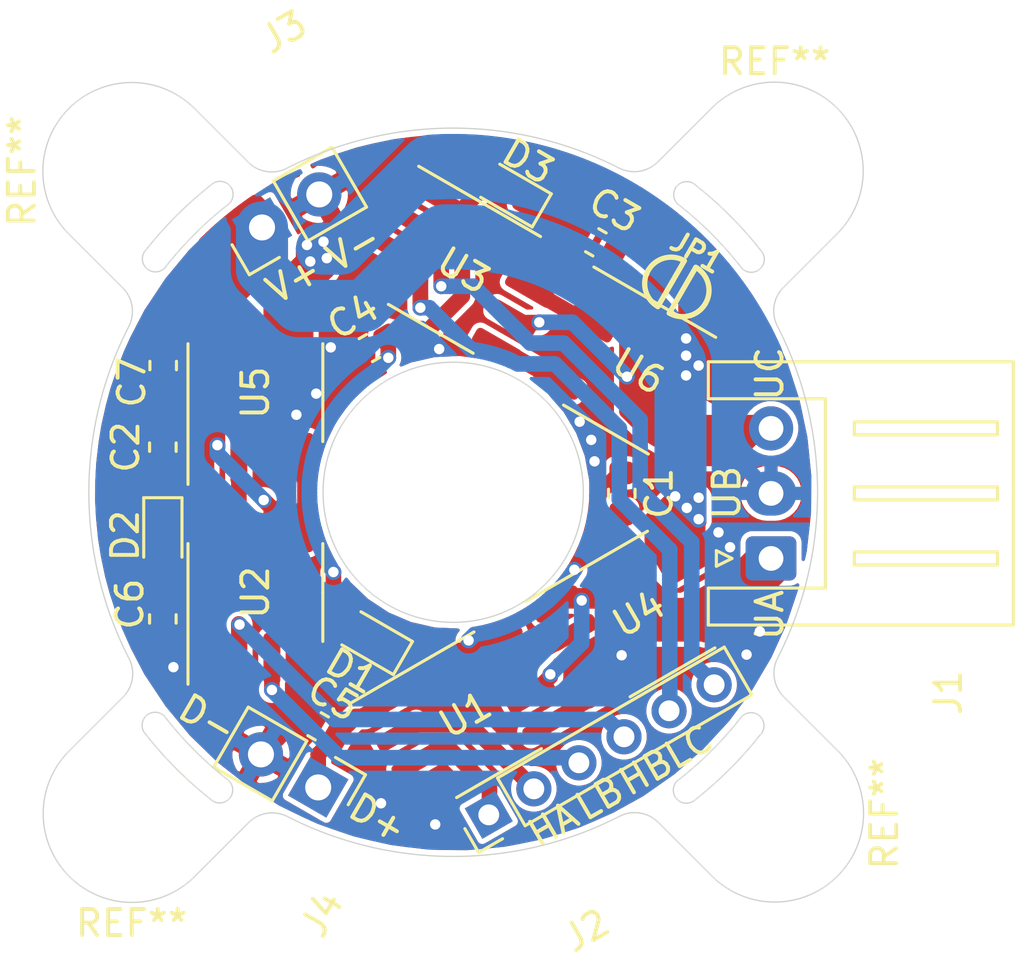
<source format=kicad_pcb>
(kicad_pcb (version 20171130) (host pcbnew "(5.1.6)-1")
  (layers (0 F.Cu signal) (31 B.Cu signal) (34 B.Paste user hide) (35 F.Paste user hide) (36 B.SilkS user) (37 F.SilkS user) (38 B.Mask user) (39 F.Mask user hide) (44 Edge.Cuts user))
  (net 0 "")
  (net 1 /UA)
  (net 2 "Net-(C1-Pad1)")
  (net 3 /UB)
  (net 4 "Net-(C2-Pad1)")
  (net 5 /UC)
  (net 6 "Net-(C3-Pad1)")
  (net 7 GND)
  (net 8 VDD)
  (net 9 /LB)
  (net 10 /HB)
  (net 11 /LC)
  (net 12 /HC)
  (net 13 VCC)
  (net 14 "Net-(U1-Pad7)")
  (net 15 "Net-(U1-Pad5)")
  (net 16 /LA)
  (net 17 /HA)
  (net 18 "Net-(U2-Pad7)")
  (net 19 "Net-(U2-Pad5)")
  (net 20 "Net-(U3-Pad7)")
  (net 21 "Net-(U3-Pad5)")
  (module Capacitor_SMD:C_0603_1608Metric (layer F.Cu) (at 148.8567 85.1281 270)
    (fp_text reference C7 (at 0.635 1.2065 90) (layer F.SilkS))
    (fp_text value C)
    (pad 2 smd roundrect (at 0.7875 0 270) (size 0.875 0.95) (layers F.Cu F.Paste F.Mask) (net 7 GND))
    (pad 1 smd roundrect (at -0.7875 0 270) (size 0.875 0.95) (layers F.Cu F.Paste F.Mask) (net 13 VCC))
  )
  (module MountingHole:MountingHole_3.2mm_M3 (layer F.Cu) (at 172.3649 102.3517 270)
    (fp_text reference REF** (at 0 -4.2 90) (layer F.SilkS))
    (fp_text value MountingHole_3.2mm_M3)
    (pad 1 np_thru_hole circle (at 0 0 270) (size 3.2 3.2) (drill 3.2) (layers *.Cu *.Mask))
  )
  (module MountingHole:MountingHole_3.2mm_M3 (layer F.Cu) (at 147.6483 102.3649 180)
    (fp_text reference REF** (at 0 -4.2) (layer F.SilkS))
    (fp_text value MountingHole_3.2mm_M3)
    (pad 1 np_thru_hole circle (at 0 0 180) (size 3.2 3.2) (drill 3.2) (layers *.Cu *.Mask))
  )
  (module MountingHole:MountingHole_3.2mm_M3 (layer F.Cu) (at 147.6351 77.6483 90)
    (fp_text reference REF** (at 0 -4.2 90) (layer F.SilkS))
    (fp_text value MountingHole_3.2mm_M3)
    (pad 1 np_thru_hole circle (at 0 0 90) (size 3.2 3.2) (drill 3.2) (layers *.Cu *.Mask))
  )
  (module MountingHole:MountingHole_3.2mm_M3 (layer F.Cu) (at 172.3517 77.6351)
    (fp_text reference REF** (at 0 -4.2) (layer F.SilkS))
    (fp_text value MountingHole_3.2mm_M3)
    (pad 1 np_thru_hole circle (at 0 0) (size 3.2 3.2) (drill 3.2) (layers *.Cu *.Mask))
  )
  (module Connector_PinHeader_2.00mm:PinHeader_1x06_P2.00mm_Vertical (layer F.Cu) (at 161.3662 102.4001 120)
    (fp_text reference J2 (at -5.722733 1.022064 210) (layer F.SilkS))
    (fp_text value Conn_01x06)
    (pad 6 thru_hole oval (at 0 10 120) (size 1.35 1.35) (drill 0.8) (layers *.Cu *.Mask) (net 12 /HC))
    (pad 5 thru_hole oval (at 0 8 120) (size 1.35 1.35) (drill 0.8) (layers *.Cu *.Mask) (net 11 /LC))
    (pad 4 thru_hole oval (at 0 6 120) (size 1.35 1.35) (drill 0.8) (layers *.Cu *.Mask) (net 10 /HB))
    (pad 3 thru_hole oval (at 0 4 120) (size 1.35 1.35) (drill 0.8) (layers *.Cu *.Mask) (net 9 /LB))
    (pad 2 thru_hole oval (at 0 2 120) (size 1.35 1.35) (drill 0.8) (layers *.Cu *.Mask) (net 17 /HA))
    (pad 1 thru_hole rect (at 0 0 120) (size 1.35 1.35) (drill 0.8) (layers *.Cu *.Mask) (net 16 /LA))
  )
  (module Capacitor_SMD:C_0603_1608Metric (layer F.Cu) (at 166.4772 90.043 270)
    (fp_text reference C1 (at 0 -1.43 90) (layer F.SilkS))
    (fp_text value C)
    (pad 2 smd roundrect (at 0.7875 0 270) (size 0.875 0.95) (layers F.Cu F.Paste F.Mask) (net 1 /UA))
    (pad 1 smd roundrect (at -0.7875 0 270) (size 0.875 0.95) (layers F.Cu F.Paste F.Mask) (net 2 "Net-(C1-Pad1)"))
  )
  (module Connector_PinHeader_2.54mm:PinHeader_1x02_P2.54mm_Vertical (layer F.Cu) (at 154.813 101.346 240)
    (fp_text reference J4 (at 4.142584 -2.553034 60) (layer F.SilkS))
    (fp_text value Conn_01x02)
    (pad 2 thru_hole oval (at 0 2.54 240) (size 1.7 1.7) (drill 1) (layers *.Cu *.Mask) (net 7 GND))
    (pad 1 thru_hole rect (at 0 0 240) (size 1.7 1.7) (drill 1) (layers *.Cu *.Mask) (net 8 VDD))
  )
  (module Package_SO:SOP-8_3.76x4.96mm_P1.27mm (layer F.Cu) (at 167.163 85.346 330)
    (fp_text reference U6 (at -0.027146 0.017982 150) (layer F.SilkS))
    (fp_text value PHC2300)
    (pad 8 smd roundrect (at 2.5375 -1.905 330) (size 1.975 0.65) (layers F.Cu F.Paste F.Mask) (net 13 VCC))
    (pad 7 smd roundrect (at 2.5375 -0.635 330) (size 1.975 0.65) (layers F.Cu F.Paste F.Mask) (net 13 VCC))
    (pad 6 smd roundrect (at 2.5375 0.635 330) (size 1.975 0.65) (layers F.Cu F.Paste F.Mask) (net 5 /UC))
    (pad 5 smd roundrect (at 2.5375 1.905 330) (size 1.975 0.65) (layers F.Cu F.Paste F.Mask) (net 5 /UC))
    (pad 4 smd roundrect (at -2.5375 1.905 330) (size 1.975 0.65) (layers F.Cu F.Paste F.Mask) (net 21 "Net-(U3-Pad5)"))
    (pad 3 smd roundrect (at -2.5375 0.635 330) (size 1.975 0.65) (layers F.Cu F.Paste F.Mask) (net 7 GND))
    (pad 2 smd roundrect (at -2.5375 -0.635 330) (size 1.975 0.65) (layers F.Cu F.Paste F.Mask) (net 20 "Net-(U3-Pad7)"))
    (pad 1 smd roundrect (at -2.5375 -1.905 330) (size 1.975 0.65) (layers F.Cu F.Paste F.Mask) (net 5 /UC))
  )
  (module Package_SO:SOP-8_3.76x4.96mm_P1.27mm (layer F.Cu) (at 152.4 86.1695 90)
    (fp_text reference U5 (at 0 0 90) (layer F.SilkS))
    (fp_text value PHC2300)
    (pad 8 smd roundrect (at 2.5375 -1.905 90) (size 1.975 0.65) (layers F.Cu F.Paste F.Mask) (net 13 VCC))
    (pad 7 smd roundrect (at 2.5375 -0.635 90) (size 1.975 0.65) (layers F.Cu F.Paste F.Mask) (net 13 VCC))
    (pad 6 smd roundrect (at 2.5375 0.635 90) (size 1.975 0.65) (layers F.Cu F.Paste F.Mask) (net 3 /UB))
    (pad 5 smd roundrect (at 2.5375 1.905 90) (size 1.975 0.65) (layers F.Cu F.Paste F.Mask) (net 3 /UB))
    (pad 4 smd roundrect (at -2.5375 1.905 90) (size 1.975 0.65) (layers F.Cu F.Paste F.Mask) (net 19 "Net-(U2-Pad5)"))
    (pad 3 smd roundrect (at -2.5375 0.635 90) (size 1.975 0.65) (layers F.Cu F.Paste F.Mask) (net 7 GND))
    (pad 2 smd roundrect (at -2.5375 -0.635 90) (size 1.975 0.65) (layers F.Cu F.Paste F.Mask) (net 18 "Net-(U2-Pad7)"))
    (pad 1 smd roundrect (at -2.5375 -1.905 90) (size 1.975 0.65) (layers F.Cu F.Paste F.Mask) (net 3 /UB))
  )
  (module Package_SO:SOP-8_3.76x4.96mm_P1.27mm (layer F.Cu) (at 167.132 94.6785 30)
    (fp_text reference U4 (at 0 0 30) (layer F.SilkS))
    (fp_text value PHC2300)
    (pad 8 smd roundrect (at 2.5375 -1.905 30) (size 1.975 0.65) (layers F.Cu F.Paste F.Mask) (net 13 VCC))
    (pad 7 smd roundrect (at 2.5375 -0.635 30) (size 1.975 0.65) (layers F.Cu F.Paste F.Mask) (net 13 VCC))
    (pad 6 smd roundrect (at 2.5375 0.635 30) (size 1.975 0.65) (layers F.Cu F.Paste F.Mask) (net 1 /UA))
    (pad 5 smd roundrect (at 2.5375 1.905 30) (size 1.975 0.65) (layers F.Cu F.Paste F.Mask) (net 1 /UA))
    (pad 4 smd roundrect (at -2.5375 1.905 30) (size 1.975 0.65) (layers F.Cu F.Paste F.Mask) (net 15 "Net-(U1-Pad5)"))
    (pad 3 smd roundrect (at -2.5375 0.635 30) (size 1.975 0.65) (layers F.Cu F.Paste F.Mask) (net 7 GND))
    (pad 2 smd roundrect (at -2.5375 -0.635 30) (size 1.975 0.65) (layers F.Cu F.Paste F.Mask) (net 14 "Net-(U1-Pad7)"))
    (pad 1 smd roundrect (at -2.5375 -1.905 30) (size 1.975 0.65) (layers F.Cu F.Paste F.Mask) (net 1 /UA))
  )
  (module Package_SO:SOP-8_3.76x4.96mm_P1.27mm (layer F.Cu) (at 160.432 81.4725 330)
    (fp_text reference U3 (at -0.027146 0.017982 150) (layer F.SilkS))
    (fp_text value IR2103)
    (pad 8 smd roundrect (at 2.5375 -1.905 330) (size 1.975 0.65) (layers F.Cu F.Paste F.Mask) (net 6 "Net-(C3-Pad1)"))
    (pad 7 smd roundrect (at 2.5375 -0.635 330) (size 1.975 0.65) (layers F.Cu F.Paste F.Mask) (net 20 "Net-(U3-Pad7)"))
    (pad 6 smd roundrect (at 2.5375 0.635 330) (size 1.975 0.65) (layers F.Cu F.Paste F.Mask) (net 5 /UC))
    (pad 5 smd roundrect (at 2.5375 1.905 330) (size 1.975 0.65) (layers F.Cu F.Paste F.Mask) (net 21 "Net-(U3-Pad5)"))
    (pad 4 smd roundrect (at -2.5375 1.905 330) (size 1.975 0.65) (layers F.Cu F.Paste F.Mask) (net 7 GND))
    (pad 3 smd roundrect (at -2.5375 0.635 330) (size 1.975 0.65) (layers F.Cu F.Paste F.Mask) (net 11 /LC))
    (pad 2 smd roundrect (at -2.5375 -0.635 330) (size 1.975 0.65) (layers F.Cu F.Paste F.Mask) (net 12 /HC))
    (pad 1 smd roundrect (at -2.5375 -1.905 330) (size 1.975 0.65) (layers F.Cu F.Paste F.Mask) (net 8 VDD))
  )
  (module Package_SO:SOP-8_3.76x4.96mm_P1.27mm (layer F.Cu) (at 152.4 93.853 90)
    (fp_text reference U2 (at 0 0 90) (layer F.SilkS))
    (fp_text value IR2103)
    (pad 8 smd roundrect (at 2.5375 -1.905 90) (size 1.975 0.65) (layers F.Cu F.Paste F.Mask) (net 4 "Net-(C2-Pad1)"))
    (pad 7 smd roundrect (at 2.5375 -0.635 90) (size 1.975 0.65) (layers F.Cu F.Paste F.Mask) (net 18 "Net-(U2-Pad7)"))
    (pad 6 smd roundrect (at 2.5375 0.635 90) (size 1.975 0.65) (layers F.Cu F.Paste F.Mask) (net 3 /UB))
    (pad 5 smd roundrect (at 2.5375 1.905 90) (size 1.975 0.65) (layers F.Cu F.Paste F.Mask) (net 19 "Net-(U2-Pad5)"))
    (pad 4 smd roundrect (at -2.5375 1.905 90) (size 1.975 0.65) (layers F.Cu F.Paste F.Mask) (net 7 GND))
    (pad 3 smd roundrect (at -2.5375 0.635 90) (size 1.975 0.65) (layers F.Cu F.Paste F.Mask) (net 9 /LB))
    (pad 2 smd roundrect (at -2.5375 -0.635 90) (size 1.975 0.65) (layers F.Cu F.Paste F.Mask) (net 10 /HB))
    (pad 1 smd roundrect (at -2.5375 -1.905 90) (size 1.975 0.65) (layers F.Cu F.Paste F.Mask) (net 8 VDD))
  )
  (module Package_SO:SOP-8_3.76x4.96mm_P1.27mm (layer F.Cu) (at 160.4645 98.552 30)
    (fp_text reference U1 (at 0 0 30) (layer F.SilkS))
    (fp_text value IR2103)
    (pad 8 smd roundrect (at 2.5375 -1.905 30) (size 1.975 0.65) (layers F.Cu F.Paste F.Mask) (net 2 "Net-(C1-Pad1)"))
    (pad 7 smd roundrect (at 2.5375 -0.635 30) (size 1.975 0.65) (layers F.Cu F.Paste F.Mask) (net 14 "Net-(U1-Pad7)"))
    (pad 6 smd roundrect (at 2.5375 0.635 30) (size 1.975 0.65) (layers F.Cu F.Paste F.Mask) (net 1 /UA))
    (pad 5 smd roundrect (at 2.5375 1.905 30) (size 1.975 0.65) (layers F.Cu F.Paste F.Mask) (net 15 "Net-(U1-Pad5)"))
    (pad 4 smd roundrect (at -2.5375 1.905 30) (size 1.975 0.65) (layers F.Cu F.Paste F.Mask) (net 7 GND))
    (pad 3 smd roundrect (at -2.5375 0.635 30) (size 1.975 0.65) (layers F.Cu F.Paste F.Mask) (net 16 /LA))
    (pad 2 smd roundrect (at -2.5375 -0.635 30) (size 1.975 0.65) (layers F.Cu F.Paste F.Mask) (net 17 /HA))
    (pad 1 smd roundrect (at -2.5375 -1.905 30) (size 1.975 0.65) (layers F.Cu F.Paste F.Mask) (net 8 VDD))
  )
  (module jumper:SOLDER-JUMPER_1-WAY (layer F.Cu) (at 168.5925 82.1055 330)
    (fp_text reference JP1 (at -0.006839 -1.535845 150) (layer F.SilkS) (effects (font (size 0.762 0.762) (thickness 0.1524))))
    (fp_text value Jumper hide)
    (pad 2 smd rect (at 0.65 0 330) (size 1 1) (layers F.Cu F.Paste F.Mask) (net 13 VCC))
    (pad 1 smd rect (at -0.65 0 330) (size 1 1) (layers F.Cu F.Paste F.Mask) (net 8 VDD))
  )
  (module Connector_PinHeader_2.54mm:PinHeader_1x02_P2.54mm_Vertical (layer F.Cu) (at 152.654 79.8195 120)
    (fp_text reference J3 (at 6.092025 4.485102 210) (layer F.SilkS))
    (fp_text value Conn_01x02)
    (pad 2 thru_hole oval (at 0 2.54 120) (size 1.7 1.7) (drill 1) (layers *.Cu *.Mask) (net 7 GND))
    (pad 1 thru_hole rect (at 0 0 120) (size 1.7 1.7) (drill 1) (layers *.Cu *.Mask) (net 13 VCC))
  )
  (module Connector_JST:JST_XH_S3B-XH-A_1x03_P2.50mm_Horizontal (layer F.Cu) (at 172.212 92.543 90)
    (fp_text reference J1 (at -5.1581 6.8072 90) (layer F.SilkS))
    (fp_text value Conn_01x03)
    (pad 3 thru_hole circle (at 5 0 90) (size 1.7 1.7) (drill 0.95) (layers *.Cu *.Mask) (net 5 /UC))
    (pad 2 thru_hole oval (at 2.5 0 90) (size 1.7 1.95) (drill 0.95) (layers *.Cu *.Mask) (net 3 /UB))
    (pad 1 thru_hole roundrect (at 0 0 90) (size 1.7 1.95) (drill 0.95) (layers *.Cu *.Mask) (roundrect_rratio 0.147059) (net 1 /UA))
  )
  (module Diode_SMD:D_0603_1608Metric (layer F.Cu) (at 162.1155 78.4225 150)
    (fp_text reference D3 (at -0.088411 1.370867 150) (layer F.SilkS))
    (fp_text value D)
    (pad 2 smd roundrect (at 0.7875 0 150) (size 0.875 0.95) (layers F.Cu F.Paste F.Mask) (net 8 VDD))
    (pad 1 smd roundrect (at -0.7875 0 150) (size 0.875 0.95) (layers F.Cu F.Paste F.Mask) (net 6 "Net-(C3-Pad1)"))
  )
  (module Diode_SMD:D_0603_1608Metric (layer F.Cu) (at 148.844 91.694 270)
    (fp_text reference D2 (at -0.0254 1.4478 90) (layer F.SilkS))
    (fp_text value D)
    (pad 2 smd roundrect (at 0.7875 0 270) (size 0.875 0.95) (layers F.Cu F.Paste F.Mask) (net 8 VDD))
    (pad 1 smd roundrect (at -0.7875 0 270) (size 0.875 0.95) (layers F.Cu F.Paste F.Mask) (net 4 "Net-(C2-Pad1)"))
  )
  (module Diode_SMD:D_0603_1608Metric (layer F.Cu) (at 156.7815 95.631 150)
    (fp_text reference D1 (at -0.02838 -1.420755 150) (layer F.SilkS))
    (fp_text value D)
    (pad 2 smd roundrect (at 0.7875 0 150) (size 0.875 0.95) (layers F.Cu F.Paste F.Mask) (net 8 VDD))
    (pad 1 smd roundrect (at -0.7875 0 150) (size 0.875 0.95) (layers F.Cu F.Paste F.Mask) (net 2 "Net-(C1-Pad1)"))
  )
  (module Capacitor_SMD:C_0603_1608Metric (layer F.Cu) (at 148.844 94.869 270)
    (fp_text reference C6 (at -0.5715 1.27 90) (layer F.SilkS))
    (fp_text value C)
    (pad 2 smd roundrect (at 0.7875 0 270) (size 0.875 0.95) (layers F.Cu F.Paste F.Mask) (net 7 GND))
    (pad 1 smd roundrect (at -0.7875 0 270) (size 0.875 0.95) (layers F.Cu F.Paste F.Mask) (net 8 VDD))
  )
  (module Capacitor_SMD:C_0603_1608Metric (layer F.Cu) (at 154.813 98.9965 150)
    (fp_text reference C5 (at 0.044816 1.220624 150) (layer F.SilkS))
    (fp_text value C)
    (pad 2 smd roundrect (at 0.7875 0 150) (size 0.875 0.95) (layers F.Cu F.Paste F.Mask) (net 7 GND))
    (pad 1 smd roundrect (at -0.7875 0 150) (size 0.875 0.95) (layers F.Cu F.Paste F.Mask) (net 8 VDD))
  )
  (module Capacitor_SMD:C_0603_1608Metric (layer F.Cu) (at 156.7815 84.455 210)
    (fp_text reference C4 (at -0.053324 1.36236 30) (layer F.SilkS))
    (fp_text value C)
    (pad 2 smd roundrect (at 0.7875 0 210) (size 0.875 0.95) (layers F.Cu F.Paste F.Mask) (net 7 GND))
    (pad 1 smd roundrect (at -0.7875 0 210) (size 0.875 0.95) (layers F.Cu F.Paste F.Mask) (net 8 VDD))
  )
  (module Capacitor_SMD:C_0603_1608Metric (layer F.Cu) (at 165.481 80.391 330)
    (fp_text reference C3 (at 0 -1.43 150) (layer F.SilkS))
    (fp_text value C)
    (pad 2 smd roundrect (at 0.7875 0 330) (size 0.875 0.95) (layers F.Cu F.Paste F.Mask) (net 5 /UC))
    (pad 1 smd roundrect (at -0.7875 0 330) (size 0.875 0.95) (layers F.Cu F.Paste F.Mask) (net 6 "Net-(C3-Pad1)"))
  )
  (module Capacitor_SMD:C_0603_1608Metric (layer F.Cu) (at 148.844 88.265 90)
    (fp_text reference C2 (at 0 -1.43 90) (layer F.SilkS))
    (fp_text value C)
    (pad 2 smd roundrect (at 0.7875 0 90) (size 0.875 0.95) (layers F.Cu F.Paste F.Mask) (net 3 /UB))
    (pad 1 smd roundrect (at -0.7875 0 90) (size 0.875 0.95) (layers F.Cu F.Paste F.Mask) (net 4 "Net-(C2-Pad1)"))
  )
  (gr_text UA (at 172.1612 94.7166 90) (layer F.SilkS) (effects (font (size 1 1))))
  (gr_text UB (at 170.5102 90.0176 90) (layer F.SilkS) (effects (font (size 1 1))))
  (gr_text UC (at 172.1612 85.4456 90) (layer F.SilkS) (effects (font (size 1 1))))
  (gr_text LC (at 169.0497 99.7966 30) (layer F.SilkS) (effects (font (size 1 1))))
  (gr_text HB (at 167.3987 100.7491 30) (layer F.SilkS) (effects (font (size 1 1))))
  (gr_text LB (at 165.6207 101.7651 30) (layer F.SilkS) (effects (font (size 1 1))))
  (gr_text HA (at 163.8427 102.7811 30) (layer F.SilkS) (effects (font (size 1 1))))
  (gr_text D- (at 150.5712 98.7171 330) (layer F.SilkS) (effects (font (size 1 1))))
  (gr_text D+ (at 157.1117 102.5271 330) (layer F.SilkS) (effects (font (size 1 1))))
  (gr_text V- (at 156.1719 80.5942 30) (layer F.SilkS) (effects (font (size 1 1))))
  (gr_text V+ (at 153.8732 81.8261 30) (layer F.SilkS) (effects (font (size 1 1))))
  (gr_arc (start 160 90) (end 151.395933 78.901925) (angle -14.35255166) (layer Edge.Cuts) (width 0.05))
  (gr_arc (start 151.041833 78.547297) (end 151.395932 78.901924) (angle -180.0426852) (layer Edge.Cuts) (width 0.05))
  (gr_arc (start 160 90) (end 150.687471 78.192935) (angle -13.39843644) (layer Edge.Cuts) (width 0.05))
  (gr_arc (start 148.558461 81.026341) (end 148.204362 80.671714) (angle -180.0426852) (layer Edge.Cuts) (width 0.05))
  (gr_arc (start 160 90) (end 171.098075 81.395933) (angle -14.35255166) (layer Edge.Cuts) (width 0.05))
  (gr_arc (start 171.452703 81.041833) (end 171.098076 81.395932) (angle -180.0426852) (layer Edge.Cuts) (width 0.05))
  (gr_arc (start 160 90) (end 171.807065 80.687471) (angle -13.39843644) (layer Edge.Cuts) (width 0.05))
  (gr_arc (start 168.973659 78.558461) (end 169.328286 78.204362) (angle -180.0426852) (layer Edge.Cuts) (width 0.05))
  (gr_arc (start 160 90) (end 168.604067 101.098075) (angle -14.35255166) (layer Edge.Cuts) (width 0.05))
  (gr_arc (start 168.958167 101.452703) (end 168.604068 101.098076) (angle -180.0426852) (layer Edge.Cuts) (width 0.05))
  (gr_arc (start 160 90) (end 169.312529 101.807065) (angle -13.39843644) (layer Edge.Cuts) (width 0.05))
  (gr_arc (start 171.441539 98.973659) (end 171.795638 99.328286) (angle -180.0426852) (layer Edge.Cuts) (width 0.05))
  (gr_arc (start 160 90) (end 148.901925 98.604067) (angle -14.35255166) (layer Edge.Cuts) (width 0.05))
  (gr_arc (start 160 90) (end 148.192935 99.312529) (angle -13.39843644) (layer Edge.Cuts) (width 0.05))
  (gr_arc (start 148.547297 98.958167) (end 148.901924 98.604068) (angle -180.0426852) (layer Edge.Cuts) (width 0.05))
  (gr_arc (start 151.026341 101.441539) (end 150.671714 101.795638) (angle -180.0426852) (layer Edge.Cuts) (width 0.05))
  (gr_arc (start 160.000001 90.000001) (end 172.466264 96.36988) (angle -54.0936956) (layer Edge.Cuts) (width 0.05))
  (gr_arc (start 159.999999 90.000001) (end 153.63012 102.466264) (angle -54.0936956) (layer Edge.Cuts) (width 0.05))
  (gr_arc (start 159.999999 89.999999) (end 147.533736 83.63012) (angle -54.0936956) (layer Edge.Cuts) (width 0.05))
  (gr_arc (start 160 90) (end 166.369879 77.533737) (angle -54.0936956) (layer Edge.Cuts) (width 0.05))
  (gr_line (start 174.777899 99.938701) (end 172.7459 97.9067) (layer Edge.Cuts) (width 0.05))
  (gr_line (start 169.9519 104.7647) (end 167.874399 102.687201) (layer Edge.Cuts) (width 0.05))
  (gr_arc (start 172.3649 102.3517) (end 169.951901 104.764699) (angle -180) (layer Edge.Cuts) (width 0.05))
  (gr_arc (start 166.9744 103.5872) (end 167.874399 102.687201) (angle -73.75236843) (layer Edge.Cuts) (width 0.05))
  (gr_arc (start 173.6095 96.955708) (end 172.466264 96.36988) (angle -74.88923939) (layer Edge.Cuts) (width 0.05))
  (gr_line (start 150.061299 104.777899) (end 152.0933 102.7459) (layer Edge.Cuts) (width 0.05))
  (gr_line (start 145.2353 99.9519) (end 147.312799 97.874399) (layer Edge.Cuts) (width 0.05))
  (gr_arc (start 147.6483 102.3649) (end 145.235301 99.951901) (angle -180) (layer Edge.Cuts) (width 0.05))
  (gr_arc (start 146.4128 96.9744) (end 147.312799 97.874399) (angle -73.75236843) (layer Edge.Cuts) (width 0.05))
  (gr_arc (start 153.044292 103.6095) (end 153.63012 102.466264) (angle -74.88923939) (layer Edge.Cuts) (width 0.05))
  (gr_line (start 145.222101 80.061299) (end 147.2541 82.0933) (layer Edge.Cuts) (width 0.05))
  (gr_line (start 150.0481 75.2353) (end 152.125601 77.312799) (layer Edge.Cuts) (width 0.05))
  (gr_arc (start 147.6351 77.6483) (end 150.048099 75.235301) (angle -180) (layer Edge.Cuts) (width 0.05))
  (gr_arc (start 153.0256 76.4128) (end 152.125601 77.312799) (angle -73.75236843) (layer Edge.Cuts) (width 0.05))
  (gr_arc (start 146.3905 83.044292) (end 147.533736 83.63012) (angle -74.88923939) (layer Edge.Cuts) (width 0.05))
  (gr_arc (start 173.5872 83.0256) (end 172.687201 82.125601) (angle -73.75236843) (layer Edge.Cuts) (width 0.05))
  (gr_arc (start 166.955708 76.3905) (end 166.36988 77.533736) (angle -74.88923939) (layer Edge.Cuts) (width 0.05))
  (gr_line (start 174.7647 80.0481) (end 172.687201 82.125601) (layer Edge.Cuts) (width 0.05))
  (gr_line (start 169.938701 75.222101) (end 167.9067 77.2541) (layer Edge.Cuts) (width 0.05))
  (gr_arc (start 172.3517 77.6351) (end 174.764699 80.048099) (angle -180) (layer Edge.Cuts) (width 0.05))
  (gr_circle (center 160 90) (end 165 90) (layer Edge.Cuts) (width 0.05))
  (segment (start 171.4265 92.543) (end 172.212 92.543) (width 0.6) (layer F.Cu) (net 1))
  (segment (start 170.46575 93.50375) (end 171.4265 92.543) (width 0.6) (layer F.Cu) (net 1))
  (segment (start 166.4335 90.8305) (end 166.4335 92.1385) (width 0.6) (layer F.Cu) (net 1))
  (segment (start 168.3385 94.361) (end 168.991715 94.361) (width 0.6) (layer F.Cu) (net 1))
  (segment (start 166.4335 92.1385) (end 166.4335 92.456) (width 0.6) (layer F.Cu) (net 1))
  (segment (start 168.05275 94.07525) (end 168.3385 94.361) (width 0.6) (layer F.Cu) (net 1))
  (segment (start 163.981961 94.297472) (end 164.108933 94.1705) (width 0.6) (layer F.Cu) (net 1))
  (segment (start 166.878 95.4405) (end 165.608 94.1705) (width 0.6) (layer F.Cu) (net 1))
  (segment (start 169.672 95.4405) (end 166.878 95.4405) (width 0.6) (layer F.Cu) (net 1))
  (segment (start 164.108933 94.1705) (end 165.608 94.1705) (width 0.6) (layer F.Cu) (net 1))
  (segment (start 172.212 92.543) (end 172.212 93.4085) (width 0.6) (layer F.Cu) (net 1))
  (segment (start 172.656528 93.027472) (end 171.0055 94.6785) (width 0.6) (layer F.Cu) (net 1))
  (via (at 163.73094 96.99752) (size 0.6) (drill 0.4) (layers F.Cu B.Cu) (net 1))
  (segment (start 163.73094 97.081775) (end 162.979539 97.833176) (width 0.6) (layer F.Cu) (net 1))
  (segment (start 163.73094 96.99752) (end 163.73094 97.081775) (width 0.6) (layer F.Cu) (net 1))
  (segment (start 165.0728 93.98) (end 164.592 93.98) (width 0.6) (layer F.Cu) (net 1))
  (segment (start 166.4335 92.6193) (end 165.0728 93.98) (width 0.6) (layer F.Cu) (net 1))
  (segment (start 166.4335 92.1385) (end 166.4335 92.6193) (width 0.6) (layer F.Cu) (net 1))
  (segment (start 167.968998 94.159002) (end 164.937179 94.159002) (width 0.6) (layer F.Cu) (net 1))
  (segment (start 164.948677 94.1705) (end 164.937179 94.159002) (width 0.6) (layer F.Cu) (net 1))
  (segment (start 163.73094 96.99752) (end 164.937179 95.791281) (width 0.6) (layer B.Cu) (net 1))
  (segment (start 168.05275 94.07525) (end 167.968998 94.159002) (width 0.6) (layer F.Cu) (net 1))
  (segment (start 165.608 94.1705) (end 164.948677 94.1705) (width 0.6) (layer F.Cu) (net 1))
  (via (at 164.937179 94.159002) (size 0.6) (drill 0.4) (layers F.Cu B.Cu) (net 1))
  (segment (start 164.937179 95.791281) (end 164.937179 94.159002) (width 0.6) (layer B.Cu) (net 1))
  (segment (start 166.4335 92.456) (end 168.05275 94.07525) (width 0.6) (layer F.Cu) (net 1))
  (segment (start 157.539745 95.9485) (end 157.463495 96.02475) (width 0.6) (layer F.Cu) (net 2))
  (segment (start 160.5915 96.0755) (end 160.5915 95.6945) (width 0.6) (layer F.Cu) (net 2))
  (segment (start 160.5915 96.0755) (end 157.367979 96.0755) (width 0.6) (layer F.Cu) (net 2))
  (segment (start 160.9725 96.0755) (end 160.5915 96.0755) (width 0.6) (layer F.Cu) (net 2))
  (segment (start 160.5915 95.6945) (end 160.5915 95.6945) (width 0.6) (layer F.Cu) (net 2))
  (via (at 160.5915 95.6945) (size 0.6) (drill 0.4) (layers F.Cu B.Cu) (net 2))
  (segment (start 160.819078 95.466923) (end 160.5915 95.6945) (width 0.6) (layer B.Cu) (net 2))
  (segment (start 161.44565 95.339791) (end 161.298856 95.371427) (width 0.6) (layer B.Cu) (net 2))
  (segment (start 161.745432 95.249451) (end 161.600668 95.289339) (width 0.6) (layer B.Cu) (net 2))
  (segment (start 161.893287 95.197954) (end 161.749707 95.241925) (width 0.6) (layer B.Cu) (net 2))
  (segment (start 162.18433 95.082515) (end 162.043467 95.134539) (width 0.6) (layer B.Cu) (net 2))
  (segment (start 161.596182 95.296741) (end 161.450344 95.332518) (width 0.6) (layer B.Cu) (net 2))
  (segment (start 162.327283 95.018667) (end 162.18795 95.074655) (width 0.6) (layer B.Cu) (net 2))
  (segment (start 162.33068 95.010707) (end 162.327283 95.018667) (width 0.6) (layer B.Cu) (net 2))
  (segment (start 161.450344 95.332518) (end 161.44565 95.339791) (width 0.6) (layer B.Cu) (net 2))
  (segment (start 162.468375 94.950797) (end 162.33068 95.010707) (width 0.6) (layer B.Cu) (net 2))
  (segment (start 162.471545 94.942744) (end 162.468375 94.950797) (width 0.6) (layer B.Cu) (net 2))
  (segment (start 162.607488 94.878963) (end 162.471545 94.942744) (width 0.6) (layer B.Cu) (net 2))
  (segment (start 162.61043 94.870822) (end 162.607488 94.878963) (width 0.6) (layer B.Cu) (net 2))
  (segment (start 162.744514 94.803218) (end 162.61043 94.870822) (width 0.6) (layer B.Cu) (net 2))
  (segment (start 162.747224 94.794998) (end 162.744514 94.803218) (width 0.6) (layer B.Cu) (net 2))
  (segment (start 162.879339 94.723628) (end 162.747224 94.794998) (width 0.6) (layer B.Cu) (net 2))
  (segment (start 162.881815 94.715336) (end 162.879339 94.723628) (width 0.6) (layer B.Cu) (net 2))
  (segment (start 163.011859 94.640256) (end 162.881815 94.715336) (width 0.6) (layer B.Cu) (net 2))
  (segment (start 163.0141 94.631896) (end 163.011859 94.640256) (width 0.6) (layer B.Cu) (net 2))
  (segment (start 163.141967 94.553165) (end 163.0141 94.631896) (width 0.6) (layer B.Cu) (net 2))
  (segment (start 162.039625 95.142295) (end 161.897347 95.190311) (width 0.6) (layer B.Cu) (net 2))
  (segment (start 163.14397 94.544744) (end 163.141967 94.553165) (width 0.6) (layer B.Cu) (net 2))
  (segment (start 163.269558 94.462426) (end 163.14397 94.544744) (width 0.6) (layer B.Cu) (net 2))
  (segment (start 163.271322 94.453952) (end 163.269558 94.462426) (width 0.6) (layer B.Cu) (net 2))
  (segment (start 163.394531 94.368112) (end 163.271322 94.453952) (width 0.6) (layer B.Cu) (net 2))
  (segment (start 162.043467 95.134539) (end 162.039625 95.142295) (width 0.6) (layer B.Cu) (net 2))
  (segment (start 163.396054 94.359595) (end 163.394531 94.368112) (width 0.6) (layer B.Cu) (net 2))
  (segment (start 163.516781 94.270307) (end 163.396054 94.359595) (width 0.6) (layer B.Cu) (net 2))
  (segment (start 163.518063 94.261745) (end 163.516781 94.270307) (width 0.6) (layer B.Cu) (net 2))
  (segment (start 163.63622 94.16907) (end 163.518063 94.261745) (width 0.6) (layer B.Cu) (net 2))
  (segment (start 163.637259 94.160481) (end 163.63622 94.16907) (width 0.6) (layer B.Cu) (net 2))
  (segment (start 163.752742 94.064504) (end 163.637259 94.160481) (width 0.6) (layer B.Cu) (net 2))
  (segment (start 163.753537 94.055886) (end 163.752742 94.064504) (width 0.6) (layer B.Cu) (net 2))
  (segment (start 163.866261 93.956678) (end 163.753537 94.055886) (width 0.6) (layer B.Cu) (net 2))
  (segment (start 163.866812 93.948038) (end 163.866261 93.956678) (width 0.6) (layer B.Cu) (net 2))
  (segment (start 163.97699 93.837031) (end 163.976683 93.845679) (width 0.6) (layer B.Cu) (net 2))
  (segment (start 164.083918 93.731605) (end 163.97699 93.837031) (width 0.6) (layer B.Cu) (net 2))
  (segment (start 164.08398 93.722949) (end 164.083918 93.731605) (width 0.6) (layer B.Cu) (net 2))
  (segment (start 164.187882 93.614539) (end 164.08398 93.722949) (width 0.6) (layer B.Cu) (net 2))
  (segment (start 164.47933 93.246361) (end 164.384995 93.363192) (width 0.6) (layer B.Cu) (net 2))
  (segment (start 163.976683 93.845679) (end 163.866812 93.948038) (width 0.6) (layer B.Cu) (net 2))
  (segment (start 164.568245 93.109723) (end 164.569405 93.118298) (width 0.6) (layer B.Cu) (net 2))
  (segment (start 164.655818 92.987744) (end 164.568245 93.109723) (width 0.6) (layer B.Cu) (net 2))
  (segment (start 164.478413 93.237754) (end 164.47933 93.246361) (width 0.6) (layer B.Cu) (net 2))
  (segment (start 161.293959 95.378562) (end 160.819078 95.466923) (width 0.6) (layer B.Cu) (net 2))
  (segment (start 161.897347 95.190311) (end 161.893287 95.197954) (width 0.6) (layer B.Cu) (net 2))
  (segment (start 161.600668 95.289339) (end 161.596182 95.296741) (width 0.6) (layer B.Cu) (net 2))
  (segment (start 161.298856 95.371427) (end 161.293959 95.378562) (width 0.6) (layer B.Cu) (net 2))
  (segment (start 164.654416 92.979205) (end 164.655818 92.987744) (width 0.6) (layer B.Cu) (net 2))
  (segment (start 162.18795 95.074655) (end 162.18433 95.082515) (width 0.6) (layer B.Cu) (net 2))
  (segment (start 164.569405 93.118298) (end 164.478413 93.237754) (width 0.6) (layer B.Cu) (net 2))
  (segment (start 164.384995 93.363192) (end 164.385668 93.371821) (width 0.6) (layer B.Cu) (net 2))
  (segment (start 164.385668 93.371821) (end 164.288063 93.485937) (width 0.6) (layer B.Cu) (net 2))
  (segment (start 164.288063 93.485937) (end 164.288492 93.49458) (width 0.6) (layer B.Cu) (net 2))
  (segment (start 164.288492 93.49458) (end 164.187698 93.605887) (width 0.6) (layer B.Cu) (net 2))
  (segment (start 161.749707 95.241925) (end 161.745432 95.249451) (width 0.6) (layer B.Cu) (net 2))
  (segment (start 164.187698 93.605887) (end 164.187882 93.614539) (width 0.6) (layer B.Cu) (net 2))
  (segment (start 165.521703 90.337722) (end 165.457228 90.904817) (width 0.6) (layer F.Cu) (net 2))
  (segment (start 165.528661 90.330764) (end 165.521703 90.337722) (width 0.6) (layer F.Cu) (net 2))
  (segment (start 165.528661 90.13366) (end 165.528661 90.330764) (width 0.6) (layer F.Cu) (net 2))
  (segment (start 165.530452 90.131765) (end 165.528661 90.13366) (width 0.6) (layer F.Cu) (net 2))
  (segment (start 165.450125 90.90401) (end 165.456585 90.910471) (width 0.6) (layer F.Cu) (net 2))
  (segment (start 164.985234 92.383634) (end 165.040861 92.260572) (width 0.6) (layer F.Cu) (net 2))
  (segment (start 165.112918 92.112188) (end 165.162944 91.970602) (width 0.6) (layer F.Cu) (net 2))
  (segment (start 165.040861 92.260572) (end 165.051098 92.256032) (width 0.6) (layer F.Cu) (net 2))
  (segment (start 165.10511 92.115919) (end 165.112918 92.112188) (width 0.6) (layer F.Cu) (net 2))
  (segment (start 165.162944 91.970602) (end 165.170643 91.966652) (width 0.6) (layer F.Cu) (net 2))
  (segment (start 165.170643 91.966652) (end 165.216641 91.82371) (width 0.6) (layer F.Cu) (net 2))
  (segment (start 165.224225 91.819543) (end 165.26616 91.675354) (width 0.6) (layer F.Cu) (net 2))
  (segment (start 165.216641 91.82371) (end 165.224225 91.819543) (width 0.6) (layer F.Cu) (net 2))
  (segment (start 165.26616 91.675354) (end 165.273624 91.670974) (width 0.6) (layer F.Cu) (net 2))
  (segment (start 165.273624 91.670974) (end 165.418873 91.113133) (width 0.6) (layer F.Cu) (net 2))
  (segment (start 165.418873 91.113133) (end 165.415309 91.107059) (width 0.6) (layer F.Cu) (net 2))
  (segment (start 165.051098 92.256032) (end 165.10511 92.115919) (width 0.6) (layer F.Cu) (net 2))
  (segment (start 165.415309 91.107059) (end 165.450125 90.90401) (width 0.6) (layer F.Cu) (net 2))
  (segment (start 166.406717 89.2555) (end 165.530452 90.131765) (width 0.6) (layer F.Cu) (net 2))
  (segment (start 166.4335 89.2555) (end 166.406717 89.2555) (width 0.6) (layer F.Cu) (net 2))
  (segment (start 164.654416 92.979205) (end 164.654416 92.979205) (width 0.6) (layer B.Cu) (net 2))
  (via (at 164.654416 92.979205) (size 0.6) (drill 0.4) (layers F.Cu B.Cu) (net 2))
  (segment (start 165.018754 92.324046) (end 164.818327 92.707953) (width 0.6) (layer F.Cu) (net 2))
  (segment (start 164.816016 92.710264) (end 164.655307 92.979736) (width 0.6) (layer F.Cu) (net 2))
  (segment (start 164.818327 92.707953) (end 164.816016 92.710264) (width 0.6) (layer F.Cu) (net 2))
  (segment (start 153.035 84.286432) (end 153.035 83.632) (width 0.6) (layer F.Cu) (net 3))
  (segment (start 150.495 86.826432) (end 153.035 84.286432) (width 0.6) (layer F.Cu) (net 3))
  (segment (start 150.93999 88.26201) (end 150.495 88.707) (width 0.6) (layer F.Cu) (net 3))
  (segment (start 154.305 85.344) (end 152.4635 87.1855) (width 0.6) (layer F.Cu) (net 3))
  (segment (start 150.93999 87.607578) (end 150.93999 88.18831) (width 0.6) (layer F.Cu) (net 3))
  (segment (start 154.305 83.632) (end 154.305 85.344) (width 0.6) (layer F.Cu) (net 3))
  (segment (start 152.4635 87.1855) (end 151.362068 87.1855) (width 0.6) (layer F.Cu) (net 3))
  (segment (start 151.362068 87.1855) (end 150.93999 87.607578) (width 0.6) (layer F.Cu) (net 3))
  (segment (start 153.035 91.3155) (end 153.035 90.6145) (width 0.6) (layer F.Cu) (net 3))
  (segment (start 153.035 90.6145) (end 152.7175 90.297) (width 0.6) (layer F.Cu) (net 3))
  (segment (start 152.7175 90.297) (end 152.7175 90.297) (width 0.6) (layer F.Cu) (net 3))
  (via (at 152.7175 90.297) (size 0.6) (drill 0.4) (layers F.Cu B.Cu) (net 3))
  (segment (start 150.93999 88.20101) (end 150.93999 88.26201) (width 0.6) (layer F.Cu) (net 3))
  (segment (start 150.93999 88.26201) (end 150.93999 88.26201) (width 0.6) (layer F.Cu) (net 3))
  (segment (start 161.687268 77.58923) (end 161.896666 77.619502) (width 2.5) (layer B.Cu) (net 3))
  (segment (start 161.477387 77.5625) (end 161.687268 77.58923) (width 2.5) (layer B.Cu) (net 3))
  (segment (start 161.896666 77.619502) (end 162.0332 77.6416) (width 2.5) (layer B.Cu) (net 3))
  (segment (start 160.845586 77.503639) (end 161.056484 77.519699) (width 2.5) (layer B.Cu) (net 3))
  (segment (start 159.365665 77.491134) (end 159.576952 77.482208) (width 2.5) (layer B.Cu) (net 3))
  (segment (start 159.788457 77.476847) (end 159.999966 77.475062) (width 2.5) (layer B.Cu) (net 3))
  (segment (start 159.999966 77.475062) (end 160.211542 77.476848) (width 2.5) (layer B.Cu) (net 3))
  (segment (start 160.211542 77.476848) (end 160.423008 77.482208) (width 2.5) (layer B.Cu) (net 3))
  (segment (start 160.423008 77.482208) (end 160.634387 77.491138) (width 2.5) (layer B.Cu) (net 3))
  (segment (start 160.634387 77.491138) (end 160.845586 77.503639) (width 2.5) (layer B.Cu) (net 3))
  (segment (start 161.056484 77.519699) (end 161.267169 77.539328) (width 2.5) (layer B.Cu) (net 3))
  (segment (start 161.267169 77.539328) (end 161.477387 77.5625) (width 2.5) (layer B.Cu) (net 3))
  (segment (start 159.154394 77.503639) (end 159.365665 77.491134) (width 2.5) (layer B.Cu) (net 3))
  (segment (start 159.576952 77.482208) (end 159.788457 77.476847) (width 2.5) (layer B.Cu) (net 3))
  (segment (start 171.424829 84.867034) (end 171.44953 84.923278) (width 2.5) (layer B.Cu) (net 3))
  (segment (start 171.336481 84.674751) (end 171.424829 84.867034) (width 2.5) (layer B.Cu) (net 3))
  (segment (start 171.244951 84.484099) (end 171.336481 84.674751) (width 2.5) (layer B.Cu) (net 3))
  (segment (start 171.150181 84.294955) (end 171.244951 84.484099) (width 2.5) (layer B.Cu) (net 3))
  (segment (start 168.317758 80.635762) (end 168.439318 80.745589) (width 2.5) (layer B.Cu) (net 3))
  (segment (start 170.399379 83.019527) (end 170.515801 83.196178) (width 2.5) (layer B.Cu) (net 3))
  (segment (start 168.439318 80.745589) (end 168.439321 80.745589) (width 2.5) (layer B.Cu) (net 3))
  (segment (start 170.515801 83.196178) (end 170.62923 83.374779) (width 2.5) (layer B.Cu) (net 3))
  (segment (start 168.439321 80.745589) (end 168.474696 80.77755) (width 2.5) (layer B.Cu) (net 3))
  (segment (start 162.521296 77.731457) (end 162.728095 77.775779) (width 2.5) (layer B.Cu) (net 3))
  (segment (start 167.32772 79.842313) (end 167.498164 79.967472) (width 2.5) (layer B.Cu) (net 3))
  (segment (start 168.781375 81.069069) (end 168.930929 81.218623) (width 2.5) (layer B.Cu) (net 3))
  (segment (start 166.980472 79.60062) (end 167.155088 79.71998) (width 2.5) (layer B.Cu) (net 3))
  (segment (start 169.503388 81.841589) (end 169.639857 82.003299) (width 2.5) (layer B.Cu) (net 3))
  (segment (start 170.739571 83.555181) (end 170.846932 83.737561) (width 2.5) (layer B.Cu) (net 3))
  (segment (start 163.950787 78.11449) (end 164.151012 78.182929) (width 2.5) (layer B.Cu) (net 3))
  (segment (start 167.666603 80.095593) (end 167.832761 80.226467) (width 2.5) (layer B.Cu) (net 3))
  (segment (start 169.077992 81.37074) (end 169.222439 81.525292) (width 2.5) (layer B.Cu) (net 3))
  (segment (start 170.951134 83.921616) (end 171.052238 84.107454) (width 2.5) (layer B.Cu) (net 3))
  (segment (start 167.996695 80.360138) (end 168.158429 80.496628) (width 2.5) (layer B.Cu) (net 3))
  (segment (start 169.364264 81.682271) (end 169.503388 81.841589) (width 2.5) (layer B.Cu) (net 3))
  (segment (start 170.62923 83.374779) (end 170.739571 83.555181) (width 2.5) (layer B.Cu) (net 3))
  (segment (start 167.155088 79.71998) (end 167.32772 79.842313) (width 2.5) (layer B.Cu) (net 3))
  (segment (start 168.629277 80.922024) (end 168.781375 81.069069) (width 2.5) (layer B.Cu) (net 3))
  (segment (start 170.032525 82.501832) (end 170.157687 82.672281) (width 2.5) (layer B.Cu) (net 3))
  (segment (start 164.744182 78.408331) (end 164.939325 78.490129) (width 2.5) (layer B.Cu) (net 3))
  (segment (start 167.832761 80.226467) (end 167.996695 80.360138) (width 2.5) (layer B.Cu) (net 3))
  (segment (start 169.222439 81.525292) (end 169.364264 81.682271) (width 2.5) (layer B.Cu) (net 3))
  (segment (start 171.052238 84.107454) (end 171.150181 84.294955) (width 2.5) (layer B.Cu) (net 3))
  (segment (start 169.904418 82.333412) (end 170.032525 82.501832) (width 2.5) (layer B.Cu) (net 3))
  (segment (start 164.547737 78.329861) (end 164.744182 78.408331) (width 2.5) (layer B.Cu) (net 3))
  (segment (start 167.498164 79.967472) (end 167.666603 80.095593) (width 2.5) (layer B.Cu) (net 3))
  (segment (start 168.930929 81.218623) (end 169.077992 81.37074) (width 2.5) (layer B.Cu) (net 3))
  (segment (start 170.846932 83.737561) (end 170.951134 83.921616) (width 2.5) (layer B.Cu) (net 3))
  (segment (start 169.639857 82.003299) (end 169.77352 82.167224) (width 2.5) (layer B.Cu) (net 3))
  (segment (start 164.151012 78.182929) (end 164.349971 78.254711) (width 2.5) (layer B.Cu) (net 3))
  (segment (start 168.474696 80.77755) (end 168.629277 80.922024) (width 2.5) (layer B.Cu) (net 3))
  (segment (start 163.139425 77.874899) (end 163.34377 77.929653) (width 2.5) (layer B.Cu) (net 3))
  (segment (start 166.444795 79.260415) (end 166.625231 79.370777) (width 2.5) (layer B.Cu) (net 3))
  (segment (start 170.157687 82.672281) (end 170.280024 82.844918) (width 2.5) (layer B.Cu) (net 3))
  (segment (start 166.262489 79.153097) (end 166.444795 79.260415) (width 2.5) (layer B.Cu) (net 3))
  (segment (start 166.078401 79.048877) (end 166.262489 79.153097) (width 2.5) (layer B.Cu) (net 3))
  (segment (start 166.803842 79.484212) (end 166.980472 79.60062) (width 2.5) (layer B.Cu) (net 3))
  (segment (start 165.51591 78.755054) (end 165.705049 78.849821) (width 2.5) (layer B.Cu) (net 3))
  (segment (start 165.132956 78.575166) (end 165.325217 78.663504) (width 2.5) (layer B.Cu) (net 3))
  (segment (start 164.939325 78.490129) (end 165.132956 78.575166) (width 2.5) (layer B.Cu) (net 3))
  (segment (start 164.349971 78.254711) (end 164.547737 78.329861) (width 2.5) (layer B.Cu) (net 3))
  (segment (start 169.77352 82.167224) (end 169.904418 82.333412) (width 2.5) (layer B.Cu) (net 3))
  (segment (start 165.89257 78.947775) (end 166.078401 79.048877) (width 2.5) (layer B.Cu) (net 3))
  (segment (start 163.749563 78.049484) (end 163.950787 78.11449) (width 2.5) (layer B.Cu) (net 3))
  (segment (start 165.705049 78.849821) (end 165.89257 78.947775) (width 2.5) (layer B.Cu) (net 3))
  (segment (start 162.934143 77.823594) (end 163.139425 77.874899) (width 2.5) (layer B.Cu) (net 3))
  (segment (start 163.547128 77.987842) (end 163.749563 78.049484) (width 2.5) (layer B.Cu) (net 3))
  (segment (start 163.34377 77.929653) (end 163.547128 77.987842) (width 2.5) (layer B.Cu) (net 3))
  (segment (start 170.280024 82.844918) (end 170.399379 83.019527) (width 2.5) (layer B.Cu) (net 3))
  (segment (start 166.625231 79.370777) (end 166.803842 79.484212) (width 2.5) (layer B.Cu) (net 3))
  (segment (start 162.728095 77.775779) (end 162.934143 77.823594) (width 2.5) (layer B.Cu) (net 3))
  (segment (start 162.313652 77.69061) (end 162.521296 77.731457) (width 2.5) (layer B.Cu) (net 3))
  (segment (start 162.105488 77.6533) (end 162.313652 77.69061) (width 2.5) (layer B.Cu) (net 3))
  (segment (start 168.158429 80.496628) (end 168.317758 80.635762) (width 2.5) (layer B.Cu) (net 3))
  (segment (start 165.325217 78.663504) (end 165.51591 78.755054) (width 2.5) (layer B.Cu) (net 3))
  (segment (start 158.799161 77.503639) (end 159.154394 77.503639) (width 2) (layer B.Cu) (net 3))
  (segment (start 154.9572 80.6356) (end 155.6672 80.6356) (width 2) (layer B.Cu) (net 3))
  (segment (start 155.6672 80.6356) (end 158.799161 77.503639) (width 2) (layer B.Cu) (net 3))
  (segment (start 154.305 82.8548) (end 154.305 83.632) (width 0.6) (layer F.Cu) (net 3))
  (segment (start 153.035 82.284384) (end 154.2542 81.065184) (width 0.6) (layer F.Cu) (net 3))
  (segment (start 153.035 83.632) (end 153.035 82.284384) (width 0.6) (layer F.Cu) (net 3))
  (via (at 154.3812 80.4926) (size 0.6) (drill 0.4) (layers F.Cu B.Cu) (net 3))
  (via (at 155.0162 80.3656) (size 0.6) (drill 0.4) (layers F.Cu B.Cu) (net 3))
  (segment (start 154.5717 81.2546) (end 154.6987 81.2546) (width 0.6) (layer F.Cu) (net 3))
  (segment (start 154.382284 81.065184) (end 154.5717 81.2546) (width 0.6) (layer F.Cu) (net 3))
  (segment (start 154.2542 81.065184) (end 154.382284 81.065184) (width 0.6) (layer F.Cu) (net 3))
  (via (at 155.1432 81.0006) (size 0.6) (drill 0.4) (layers F.Cu B.Cu) (net 3))
  (via (at 154.5082 81.1276) (size 0.6) (drill 0.4) (layers F.Cu B.Cu) (net 3))
  (segment (start 150.93999 88.18831) (end 150.93999 88.20101) (width 0.6) (layer F.Cu) (net 3))
  (via (at 150.93999 88.18831) (size 0.6) (drill 0.4) (layers F.Cu B.Cu) (net 3))
  (segment (start 150.93999 88.51949) (end 152.7175 90.297) (width 0.6) (layer B.Cu) (net 3))
  (segment (start 150.93999 88.18831) (end 150.93999 88.51949) (width 0.6) (layer B.Cu) (net 3))
  (segment (start 172.212 90.043) (end 170.4972 88.3282) (width 0.6) (layer B.Cu) (net 3))
  (segment (start 170.4972 88.3282) (end 170.4972 84.947936) (width 0.6) (layer B.Cu) (net 3))
  (segment (start 170.4972 84.947936) (end 171.150181 84.294955) (width 0.6) (layer B.Cu) (net 3))
  (segment (start 150.495 88.707) (end 150.495 87.5538) (width 0.6) (layer F.Cu) (net 3))
  (segment (start 150.4187 87.4775) (end 150.495 87.5538) (width 0.6) (layer F.Cu) (net 3))
  (segment (start 148.844 87.4775) (end 150.4187 87.4775) (width 0.6) (layer F.Cu) (net 3))
  (segment (start 150.495 87.5538) (end 150.495 86.826432) (width 0.6) (layer F.Cu) (net 3))
  (segment (start 154.305 82.3722) (end 154.305 83.632) (width 0.6) (layer F.Cu) (net 3))
  (segment (start 155.1432 81.4832) (end 154.305 82.3214) (width 0.6) (layer F.Cu) (net 3))
  (segment (start 155.1432 81.0006) (end 155.1432 81.4832) (width 0.6) (layer F.Cu) (net 3))
  (segment (start 154.5082 80.3656) (end 155.0162 80.3656) (width 0.6) (layer F.Cu) (net 3))
  (segment (start 154.2542 81.065184) (end 154.2542 80.6196) (width 0.6) (layer F.Cu) (net 3))
  (segment (start 154.2542 80.6196) (end 154.5082 80.3656) (width 0.6) (layer F.Cu) (net 3))
  (segment (start 155.0797 80.4291) (end 155.0797 81.1149) (width 0.6) (layer F.Cu) (net 3))
  (segment (start 155.0162 80.3656) (end 155.0797 80.4291) (width 0.6) (layer F.Cu) (net 3))
  (segment (start 154.5971 81.2292) (end 154.5971 80.7847) (width 0.6) (layer F.Cu) (net 3))
  (segment (start 154.5971 80.7847) (end 155.0162 80.3656) (width 0.6) (layer F.Cu) (net 3))
  (segment (start 148.844 90.9065) (end 148.844 89.0525) (width 0.6) (layer F.Cu) (net 4))
  (segment (start 150.086 90.9065) (end 150.495 91.3155) (width 0.6) (layer F.Cu) (net 4))
  (segment (start 148.844 90.9065) (end 150.086 90.9065) (width 0.6) (layer F.Cu) (net 4))
  (segment (start 165.917961 81.029784) (end 166.162995 80.78475) (width 0.6) (layer F.Cu) (net 5))
  (segment (start 165.917961 82.427472) (end 165.917961 81.029784) (width 0.6) (layer F.Cu) (net 5))
  (segment (start 168.148 84.1756) (end 168.148 88.004489) (width 0.6) (layer F.Cu) (net 5))
  (segment (start 168.148 88.004489) (end 168.408039 88.264528) (width 0.6) (layer F.Cu) (net 5))
  (segment (start 165.917961 82.427472) (end 165.917961 81.945561) (width 0.6) (layer F.Cu) (net 5))
  (segment (start 165.917961 81.945561) (end 168.148 84.1756) (width 0.6) (layer F.Cu) (net 5))
  (segment (start 166.6772 84.255975) (end 166.6772 85.5556) (width 0.6) (layer F.Cu) (net 5))
  (segment (start 166.740844 84.192331) (end 166.6772 84.255975) (width 0.6) (layer F.Cu) (net 5))
  (segment (start 166.740844 83.250355) (end 166.740844 84.192331) (width 0.6) (layer F.Cu) (net 5))
  (segment (start 165.917961 82.427472) (end 166.740844 83.250355) (width 0.6) (layer F.Cu) (net 5))
  (via (at 166.6772 85.5556) (size 0.6) (drill 0.4) (layers F.Cu B.Cu) (net 5))
  (segment (start 167.584 87.7824) (end 167.925911 87.7824) (width 0.6) (layer F.Cu) (net 5))
  (segment (start 166.6772 86.8756) (end 167.584 87.7824) (width 0.6) (layer F.Cu) (net 5))
  (segment (start 166.6772 85.5556) (end 166.6772 86.8756) (width 0.6) (layer F.Cu) (net 5))
  (via (at 163.3072 83.464579) (size 0.6) (drill 0.4) (layers F.Cu B.Cu) (net 5))
  (segment (start 166.6772 85.5556) (end 164.586179 83.464579) (width 0.6) (layer B.Cu) (net 5))
  (segment (start 162.6072 83.4756) (end 163.296179 83.4756) (width 0.6) (layer F.Cu) (net 5))
  (segment (start 164.586179 83.464579) (end 163.3072 83.464579) (width 0.6) (layer B.Cu) (net 5))
  (segment (start 163.296179 83.4756) (end 163.3072 83.464579) (width 0.6) (layer F.Cu) (net 5))
  (segment (start 169.203563 87.3252) (end 169.043039 87.164676) (width 0.6) (layer F.Cu) (net 5))
  (segment (start 172.212 87.543) (end 171.9942 87.3252) (width 0.6) (layer F.Cu) (net 5))
  (segment (start 171.9942 87.3252) (end 169.203563 87.3252) (width 0.6) (layer F.Cu) (net 5))
  (segment (start 170.688 88.6968) (end 169.1132 88.6968) (width 0.6) (layer F.Cu) (net 5))
  (segment (start 172.212 87.543) (end 171.8418 87.543) (width 0.6) (layer F.Cu) (net 5))
  (segment (start 169.1132 88.6968) (end 168.148 87.7316) (width 0.6) (layer F.Cu) (net 5))
  (segment (start 171.8418 87.543) (end 170.688 88.6968) (width 0.6) (layer F.Cu) (net 5))
  (segment (start 164.489301 79.78775) (end 163.0045 78.9305) (width 0.8) (layer F.Cu) (net 6))
  (segment (start 164.676261 79.99725) (end 163.582039 81.091472) (width 0.6) (layer F.Cu) (net 6))
  (segment (start 154.305 98.428755) (end 154.131005 98.60275) (width 0.6) (layer F.Cu) (net 7))
  (segment (start 154.305 96.3905) (end 154.305 98.428755) (width 0.6) (layer F.Cu) (net 7))
  (segment (start 152.657755 100.076) (end 154.131005 98.60275) (width 0.6) (layer F.Cu) (net 7))
  (segment (start 152.613295 100.076) (end 152.657755 100.076) (width 0.6) (layer F.Cu) (net 7))
  (via (at 165.4302 88.8111) (size 0.6) (drill 0.4) (layers F.Cu B.Cu) (net 7))
  (via (at 164.8587 87.2871) (size 0.6) (drill 0.4) (layers F.Cu B.Cu) (net 7))
  (via (at 165.3032 87.9856) (size 0.6) (drill 0.4) (layers F.Cu B.Cu) (net 7))
  (via (at 170.1927 91.5416) (size 0.6) (drill 0.4) (layers F.Cu B.Cu) (net 7))
  (via (at 170.6372 92.1131) (size 0.6) (drill 0.4) (layers F.Cu B.Cu) (net 7))
  (via (at 159.4612 84.4931) (size 0.6) (drill 0.4) (layers F.Cu B.Cu) (net 7))
  (via (at 171.7802 95.3516) (size 0.6) (drill 0.4) (layers F.Cu B.Cu) (net 7))
  (via (at 171.2722 96.2406) (size 0.6) (drill 0.4) (layers F.Cu B.Cu) (net 7))
  (via (at 154.7368 86.2076) (size 0.6) (drill 0.4) (layers F.Cu B.Cu) (net 7))
  (via (at 153.9748 87.0204) (size 0.6) (drill 0.4) (layers F.Cu B.Cu) (net 7))
  (via (at 155.2956 84.4296) (size 0.6) (drill 0.4) (layers F.Cu B.Cu) (net 7))
  (via (at 149.2504 96.7232) (size 0.6) (drill 0.4) (layers F.Cu B.Cu) (net 7))
  (via (at 157.226 101.9556) (size 0.6) (drill 0.4) (layers F.Cu B.Cu) (net 7))
  (via (at 159.3088 102.7684) (size 0.6) (drill 0.4) (layers F.Cu B.Cu) (net 7))
  (via (at 166.4716 96.266) (size 0.6) (drill 0.4) (layers F.Cu B.Cu) (net 7))
  (segment (start 160.2301 79.136875) (end 158.745299 78.279625) (width 0.6) (layer F.Cu) (net 8))
  (segment (start 156.269745 98.6155) (end 156.591 98.6155) (width 0.6) (layer F.Cu) (net 8))
  (segment (start 155.494995 99.39025) (end 156.269745 98.6155) (width 0.6) (layer F.Cu) (net 8))
  (segment (start 154.813 100.072245) (end 155.494995 99.39025) (width 0.6) (layer F.Cu) (net 8))
  (segment (start 154.813 101.346) (end 154.813 100.072245) (width 0.6) (layer F.Cu) (net 8))
  (segment (start 156.099505 96.956016) (end 157.314461 98.170972) (width 0.6) (layer F.Cu) (net 8))
  (segment (start 156.099505 95.23725) (end 156.099505 96.956016) (width 0.6) (layer F.Cu) (net 8))
  (segment (start 155.81625 95.23725) (end 156.099505 95.23725) (width 0.6) (layer F.Cu) (net 8))
  (segment (start 154.813 94.234) (end 155.81625 95.23725) (width 0.6) (layer F.Cu) (net 8))
  (segment (start 151.41575 94.234) (end 154.813 94.234) (width 0.6) (layer F.Cu) (net 8))
  (segment (start 150.495 96.3905) (end 150.495 95.15475) (width 0.6) (layer F.Cu) (net 8))
  (segment (start 150.495 95.15475) (end 151.41575 94.234) (width 0.6) (layer F.Cu) (net 8))
  (via (at 157.506854 84.830322) (size 0.6) (drill 0.4) (layers F.Cu B.Cu) (net 8))
  (segment (start 154.813 94.234) (end 154.8384 94.234) (width 0.6) (layer F.Cu) (net 8))
  (segment (start 154.8384 94.234) (end 155.3972 93.6752) (width 0.6) (layer F.Cu) (net 8))
  (segment (start 155.3972 93.0656) (end 155.3972 93.0656) (width 0.6) (layer F.Cu) (net 8))
  (segment (start 155.3972 93.6752) (end 155.3972 93.0656) (width 0.6) (layer F.Cu) (net 8))
  (segment (start 155.3972 93.0656) (end 155.3972 93.061594) (width 0.6) (layer B.Cu) (net 8))
  (via (at 155.3972 93.0656) (size 0.6) (drill 0.4) (layers F.Cu B.Cu) (net 8))
  (segment (start 157.506854 84.104609) (end 157.463495 84.06125) (width 0.6) (layer F.Cu) (net 8))
  (segment (start 157.506854 84.830322) (end 157.506854 84.104609) (width 0.6) (layer F.Cu) (net 8))
  (segment (start 155.3972 93.061594) (end 155.375411 93.031244) (width 0.6) (layer B.Cu) (net 8))
  (segment (start 155.036463 92.442651) (end 155.2956 92.906537) (width 0.6) (layer B.Cu) (net 8))
  (segment (start 155.03882 92.434328) (end 155.036463 92.442651) (width 0.6) (layer B.Cu) (net 8))
  (segment (start 154.969326 92.301215) (end 155.03882 92.434328) (width 0.6) (layer B.Cu) (net 8))
  (segment (start 154.971918 92.292958) (end 154.969326 92.301215) (width 0.6) (layer B.Cu) (net 8))
  (segment (start 154.906219 92.15793) (end 154.971918 92.292958) (width 0.6) (layer B.Cu) (net 8))
  (segment (start 154.909044 92.149751) (end 154.906219 92.15793) (width 0.6) (layer B.Cu) (net 8))
  (segment (start 154.775774 88.180456) (end 154.733839 88.324645) (width 0.6) (layer B.Cu) (net 8))
  (segment (start 154.850247 92.004822) (end 154.847192 92.012918) (width 0.6) (layer B.Cu) (net 8))
  (segment (start 154.783358 88.176289) (end 154.775774 88.180456) (width 0.6) (layer B.Cu) (net 8))
  (segment (start 154.837055 88.029397) (end 154.829356 88.033347) (width 0.6) (layer B.Cu) (net 8))
  (segment (start 154.887081 87.887811) (end 154.837055 88.029397) (width 0.6) (layer B.Cu) (net 8))
  (segment (start 156.445082 85.761388) (end 156.335212 85.863746) (width 0.6) (layer B.Cu) (net 8))
  (segment (start 154.948901 87.743967) (end 154.894889 87.88408) (width 0.6) (layer B.Cu) (net 8))
  (segment (start 154.956812 87.740459) (end 154.948901 87.743967) (width 0.6) (layer B.Cu) (net 8))
  (segment (start 155.014767 87.60193) (end 154.956812 87.740459) (width 0.6) (layer B.Cu) (net 8))
  (segment (start 155.022775 87.598647) (end 155.014767 87.60193) (width 0.6) (layer B.Cu) (net 8))
  (segment (start 155.084628 87.461812) (end 155.022775 87.598647) (width 0.6) (layer B.Cu) (net 8))
  (segment (start 156.326558 85.863685) (end 156.219629 85.969112) (width 0.6) (layer B.Cu) (net 8))
  (segment (start 155.40283 86.922777) (end 155.107574 87.41786) (width 0.6) (layer B.Cu) (net 8))
  (segment (start 155.411219 86.920656) (end 155.40283 86.922777) (width 0.6) (layer B.Cu) (net 8))
  (segment (start 155.49175 86.793917) (end 155.411219 86.920656) (width 0.6) (layer B.Cu) (net 8))
  (segment (start 154.585504 91.105672) (end 154.581126 91.113133) (width 0.6) (layer B.Cu) (net 8))
  (segment (start 155.500198 86.792034) (end 155.49175 86.793917) (width 0.6) (layer B.Cu) (net 8))
  (segment (start 154.795575 91.858286) (end 154.792292 91.866293) (width 0.6) (layer B.Cu) (net 8))
  (segment (start 155.584289 86.667619) (end 155.500198 86.792034) (width 0.6) (layer B.Cu) (net 8))
  (segment (start 154.745072 91.710263) (end 154.741564 91.718172) (width 0.6) (layer B.Cu) (net 8))
  (segment (start 155.688897 86.542594) (end 155.680358 86.543996) (width 0.6) (layer B.Cu) (net 8))
  (segment (start 155.779887 86.42314) (end 155.688897 86.542594) (width 0.6) (layer B.Cu) (net 8))
  (segment (start 155.788463 86.42198) (end 155.779887 86.42314) (width 0.6) (layer B.Cu) (net 8))
  (segment (start 156.825941 85.476217) (end 156.817346 85.475179) (width 0.6) (layer B.Cu) (net 8))
  (segment (start 156.690579 85.567056) (end 156.575093 85.663034) (width 0.6) (layer B.Cu) (net 8))
  (segment (start 156.817346 85.475179) (end 156.699193 85.56785) (width 0.6) (layer B.Cu) (net 8))
  (segment (start 154.65673 91.410225) (end 154.652781 91.417922) (width 0.6) (layer B.Cu) (net 8))
  (segment (start 155.107574 87.41786) (end 155.109301 87.424691) (width 0.6) (layer B.Cu) (net 8))
  (segment (start 156.699193 85.56785) (end 156.690579 85.567056) (width 0.6) (layer B.Cu) (net 8))
  (segment (start 154.829356 88.033347) (end 154.783358 88.176289) (width 0.6) (layer B.Cu) (net 8))
  (segment (start 156.566457 85.662484) (end 156.453731 85.761694) (width 0.6) (layer B.Cu) (net 8))
  (segment (start 154.500645 89.399692) (end 154.492149 89.549614) (width 0.6) (layer B.Cu) (net 8))
  (segment (start 156.575093 85.663034) (end 156.566457 85.662484) (width 0.6) (layer B.Cu) (net 8))
  (segment (start 155.592785 86.665976) (end 155.584289 86.667619) (width 0.6) (layer B.Cu) (net 8))
  (segment (start 157.506854 84.830322) (end 156.972 85.365176) (width 0.6) (layer B.Cu) (net 8))
  (segment (start 154.726375 88.329025) (end 154.688538 88.474342) (width 0.6) (layer B.Cu) (net 8))
  (segment (start 156.453731 85.761694) (end 156.445082 85.761388) (width 0.6) (layer B.Cu) (net 8))
  (segment (start 154.47549 89.861945) (end 154.469547 89.868234) (width 0.6) (layer B.Cu) (net 8))
  (segment (start 155.680358 86.543996) (end 155.592785 86.665976) (width 0.6) (layer B.Cu) (net 8))
  (segment (start 155.997636 86.189443) (end 155.98901 86.190115) (width 0.6) (layer B.Cu) (net 8))
  (segment (start 155.98901 86.190115) (end 155.891405 86.304232) (width 0.6) (layer B.Cu) (net 8))
  (segment (start 154.894889 87.88408) (end 154.887081 87.887811) (width 0.6) (layer B.Cu) (net 8))
  (segment (start 156.972 85.365176) (end 156.972 85.376523) (width 0.6) (layer B.Cu) (net 8))
  (segment (start 154.681202 88.47893) (end 154.64749 88.625261) (width 0.6) (layer B.Cu) (net 8))
  (segment (start 156.955231 85.388205) (end 156.946675 85.386925) (width 0.6) (layer B.Cu) (net 8))
  (segment (start 154.556385 90.952004) (end 154.551794 90.959343) (width 0.6) (layer B.Cu) (net 8))
  (segment (start 156.09843 86.078134) (end 155.997636 86.189443) (width 0.6) (layer B.Cu) (net 8))
  (segment (start 156.972 85.376523) (end 156.955231 85.388205) (width 0.6) (layer B.Cu) (net 8))
  (segment (start 156.946675 85.386925) (end 156.825941 85.476217) (width 0.6) (layer B.Cu) (net 8))
  (segment (start 155.109301 87.424691) (end 155.092725 87.458757) (width 0.6) (layer B.Cu) (net 8))
  (segment (start 156.335212 85.863746) (end 156.326558 85.863685) (width 0.6) (layer B.Cu) (net 8))
  (segment (start 154.571367 88.935475) (end 154.550187 89.084138) (width 0.6) (layer B.Cu) (net 8))
  (segment (start 156.107073 86.077706) (end 156.09843 86.078134) (width 0.6) (layer B.Cu) (net 8))
  (segment (start 155.092725 87.458757) (end 155.084628 87.461812) (width 0.6) (layer B.Cu) (net 8))
  (segment (start 154.698779 91.560867) (end 154.695047 91.568677) (width 0.6) (layer B.Cu) (net 8))
  (segment (start 156.219629 85.969112) (end 156.210976 85.969295) (width 0.6) (layer B.Cu) (net 8))
  (segment (start 154.640284 88.630058) (end 154.610729 88.777285) (width 0.6) (layer B.Cu) (net 8))
  (segment (start 156.210976 85.969295) (end 156.107073 86.077706) (width 0.6) (layer B.Cu) (net 8))
  (segment (start 155.891405 86.304232) (end 155.882799 86.305148) (width 0.6) (layer B.Cu) (net 8))
  (segment (start 155.882799 86.305148) (end 155.788463 86.42198) (width 0.6) (layer B.Cu) (net 8))
  (segment (start 154.733839 88.324645) (end 154.726375 88.329025) (width 0.6) (layer B.Cu) (net 8))
  (segment (start 154.688538 88.474342) (end 154.681202 88.47893) (width 0.6) (layer B.Cu) (net 8))
  (segment (start 154.64749 88.625261) (end 154.640284 88.630058) (width 0.6) (layer B.Cu) (net 8))
  (segment (start 154.52683 90.804776) (end 154.556385 90.952004) (width 0.6) (layer B.Cu) (net 8))
  (segment (start 154.610729 88.777285) (end 154.603664 88.782281) (width 0.6) (layer B.Cu) (net 8))
  (segment (start 154.741564 91.718172) (end 154.795575 91.858286) (width 0.6) (layer B.Cu) (net 8))
  (segment (start 154.603664 88.782281) (end 154.578287 88.930281) (width 0.6) (layer B.Cu) (net 8))
  (segment (start 154.578287 88.930281) (end 154.571367 88.935475) (width 0.6) (layer B.Cu) (net 8))
  (segment (start 154.550187 89.084138) (end 154.543414 89.089528) (width 0.6) (layer B.Cu) (net 8))
  (segment (start 154.543414 89.089528) (end 154.52645 89.238732) (width 0.6) (layer B.Cu) (net 8))
  (segment (start 154.581126 91.113133) (end 154.618963 91.258452) (width 0.6) (layer B.Cu) (net 8))
  (segment (start 154.52645 89.238732) (end 154.519834 89.24431) (width 0.6) (layer B.Cu) (net 8))
  (segment (start 154.519834 89.24431) (end 154.5071 89.393929) (width 0.6) (layer B.Cu) (net 8))
  (segment (start 154.5071 89.393929) (end 154.500645 89.399692) (width 0.6) (layer B.Cu) (net 8))
  (segment (start 154.492149 89.549614) (end 154.48586 89.555557) (width 0.6) (layer B.Cu) (net 8))
  (segment (start 154.48586 89.555557) (end 154.48161 89.705659) (width 0.6) (layer B.Cu) (net 8))
  (segment (start 154.48161 89.705659) (end 154.47549 89.711779) (width 0.6) (layer B.Cu) (net 8))
  (segment (start 154.47549 89.711779) (end 154.47549 89.861945) (width 0.6) (layer B.Cu) (net 8))
  (segment (start 154.695047 91.568677) (end 154.745072 91.710263) (width 0.6) (layer B.Cu) (net 8))
  (segment (start 154.469547 89.868234) (end 154.473796 90.018337) (width 0.6) (layer B.Cu) (net 8))
  (segment (start 154.473796 90.018337) (end 154.468033 90.024792) (width 0.6) (layer B.Cu) (net 8))
  (segment (start 154.468033 90.024792) (end 154.476528 90.174713) (width 0.6) (layer B.Cu) (net 8))
  (segment (start 154.476528 90.174713) (end 154.470952 90.181326) (width 0.6) (layer B.Cu) (net 8))
  (segment (start 154.470952 90.181326) (end 154.483685 90.33095) (width 0.6) (layer B.Cu) (net 8))
  (segment (start 154.483685 90.33095) (end 154.478296 90.337722) (width 0.6) (layer B.Cu) (net 8))
  (segment (start 154.478296 90.337722) (end 154.495259 90.486926) (width 0.6) (layer B.Cu) (net 8))
  (segment (start 154.495259 90.486926) (end 154.490064 90.493847) (width 0.6) (layer B.Cu) (net 8))
  (segment (start 154.490064 90.493847) (end 154.511243 90.642507) (width 0.6) (layer B.Cu) (net 8))
  (segment (start 154.511243 90.642507) (end 154.506247 90.649571) (width 0.6) (layer B.Cu) (net 8))
  (segment (start 154.792292 91.866293) (end 154.850247 92.004822) (width 0.6) (layer B.Cu) (net 8))
  (segment (start 154.506247 90.649571) (end 154.531624 90.797574) (width 0.6) (layer B.Cu) (net 8))
  (segment (start 154.531624 90.797574) (end 154.52683 90.804776) (width 0.6) (layer B.Cu) (net 8))
  (segment (start 154.551794 90.959343) (end 154.585504 91.105672) (width 0.6) (layer B.Cu) (net 8))
  (segment (start 154.618963 91.258452) (end 154.614796 91.266037) (width 0.6) (layer B.Cu) (net 8))
  (segment (start 154.614796 91.266037) (end 154.65673 91.410225) (width 0.6) (layer B.Cu) (net 8))
  (segment (start 154.652781 91.417922) (end 154.698779 91.560867) (width 0.6) (layer B.Cu) (net 8))
  (segment (start 154.847192 92.012918) (end 154.909044 92.149751) (width 0.6) (layer B.Cu) (net 8))
  (segment (start 157.666645 83.8581) (end 157.463495 84.06125) (width 0.6) (layer F.Cu) (net 8))
  (segment (start 158.9532 83.8581) (end 157.666645 83.8581) (width 0.6) (layer F.Cu) (net 8))
  (segment (start 160.3502 82.4611) (end 158.9532 83.8581) (width 0.6) (layer F.Cu) (net 8))
  (segment (start 160.3502 79.112055) (end 160.3502 82.4611) (width 0.6) (layer F.Cu) (net 8))
  (segment (start 161.433505 78.02875) (end 160.3502 79.112055) (width 0.6) (layer F.Cu) (net 8))
  (segment (start 148.844 92.4815) (end 148.844 94.0815) (width 0.6) (layer F.Cu) (net 8))
  (segment (start 149.2503 94.0815) (end 148.844 94.0815) (width 0.6) (layer F.Cu) (net 8))
  (segment (start 150.495 95.15475) (end 150.32355 95.15475) (width 0.6) (layer F.Cu) (net 8))
  (segment (start 150.32355 95.15475) (end 149.2503 94.0815) (width 0.6) (layer F.Cu) (net 8))
  (segment (start 167.835644 80.586059) (end 162.9664 77.7748) (width 0.6) (layer F.Cu) (net 8))
  (segment (start 161.695591 77.766664) (end 162.9664 77.766664) (width 0.6) (layer F.Cu) (net 8))
  (segment (start 161.433505 78.02875) (end 161.695591 77.766664) (width 0.6) (layer F.Cu) (net 8))
  (segment (start 168.029583 80.779998) (end 167.835644 80.586059) (width 0.6) (layer F.Cu) (net 8))
  (segment (start 168.029583 81.7805) (end 168.029583 80.779998) (width 0.6) (layer F.Cu) (net 8))
  (via (at 153.035 97.599492) (size 0.6) (drill 0.4) (layers F.Cu B.Cu) (net 9))
  (segment (start 153.035 96.3905) (end 153.035 97.599492) (width 0.6) (layer F.Cu) (net 9))
  (segment (start 164.650848 100.203) (end 164.856848 100.409) (width 0.6) (layer B.Cu) (net 9))
  (segment (start 153.035 97.599492) (end 153.035 97.5995) (width 0.6) (layer B.Cu) (net 9))
  (segment (start 155.6385 100.203) (end 164.650848 100.203) (width 0.6) (layer B.Cu) (net 9))
  (segment (start 153.035 97.5995) (end 155.6385 100.203) (width 0.6) (layer B.Cu) (net 9))
  (segment (start 151.765 95.0595) (end 151.765 95.0595) (width 0.6) (layer F.Cu) (net 10))
  (segment (start 165.913899 98.734001) (end 155.439501 98.734001) (width 0.6) (layer B.Cu) (net 10))
  (segment (start 151.765 96.3905) (end 151.765 95.111386) (width 0.6) (layer F.Cu) (net 10))
  (segment (start 155.439501 98.734001) (end 151.790943 95.085443) (width 0.6) (layer B.Cu) (net 10))
  (segment (start 151.765 95.111386) (end 151.790943 95.085443) (width 0.6) (layer F.Cu) (net 10))
  (via (at 151.790943 95.085443) (size 0.6) (drill 0.4) (layers F.Cu B.Cu) (net 10))
  (segment (start 166.588898 99.409) (end 165.913899 98.734001) (width 0.6) (layer B.Cu) (net 10))
  (via (at 158.737198 82.9056) (size 0.6) (drill 0.4) (layers F.Cu B.Cu) (net 11))
  (segment (start 158.737198 82.521181) (end 158.737198 82.9056) (width 0.6) (layer F.Cu) (net 11))
  (segment (start 158.739844 82.518535) (end 158.737198 82.521181) (width 0.6) (layer F.Cu) (net 11))
  (segment (start 158.739844 81.851021) (end 158.739844 82.518535) (width 0.6) (layer F.Cu) (net 11))
  (segment (start 158.737198 81.848375) (end 158.739844 81.851021) (width 0.6) (layer F.Cu) (net 11))
  (segment (start 158.737198 81.573913) (end 158.737198 81.848375) (width 0.6) (layer F.Cu) (net 11))
  (segment (start 157.916961 80.753676) (end 158.737198 81.573913) (width 0.6) (layer F.Cu) (net 11))
  (segment (start 168.320949 92.209849) (end 168.320949 98.409) (width 0.6) (layer B.Cu) (net 11))
  (segment (start 163.9062 85.0646) (end 166.3827 87.5411) (width 0.6) (layer B.Cu) (net 11))
  (segment (start 166.3827 90.2716) (end 168.320949 92.209849) (width 0.6) (layer B.Cu) (net 11))
  (segment (start 162.223106 84.939471) (end 162.229798 84.937265) (width 0.6) (layer B.Cu) (net 11))
  (segment (start 162.18433 84.917484) (end 162.187949 84.925343) (width 0.6) (layer B.Cu) (net 11))
  (segment (start 166.3827 87.5411) (end 166.3827 90.2716) (width 0.6) (layer B.Cu) (net 11))
  (segment (start 161.146332 84.593968) (end 161.293959 84.621437) (width 0.6) (layer B.Cu) (net 11))
  (segment (start 160.838648 84.537772) (end 160.987595 84.556845) (width 0.6) (layer B.Cu) (net 11))
  (segment (start 161.44565 84.660208) (end 161.450343 84.66748) (width 0.6) (layer B.Cu) (net 11))
  (segment (start 160.992887 84.563692) (end 161.141235 84.586973) (width 0.6) (layer B.Cu) (net 11))
  (segment (start 161.893287 84.802045) (end 161.897346 84.809687) (width 0.6) (layer B.Cu) (net 11))
  (segment (start 160.833165 84.531078) (end 160.838648 84.537772) (width 0.6) (layer B.Cu) (net 11))
  (segment (start 162.187949 84.925343) (end 162.223106 84.939471) (width 0.6) (layer B.Cu) (net 11))
  (segment (start 162.043466 84.865459) (end 162.18433 84.917484) (width 0.6) (layer B.Cu) (net 11))
  (segment (start 159.0802 82.9056) (end 160.678065 84.503465) (width 0.6) (layer B.Cu) (net 11))
  (segment (start 162.039625 84.857704) (end 162.043466 84.865459) (width 0.6) (layer B.Cu) (net 11))
  (segment (start 160.987595 84.556845) (end 160.992887 84.563692) (width 0.6) (layer B.Cu) (net 11))
  (segment (start 158.737198 82.9056) (end 159.0802 82.9056) (width 0.6) (layer B.Cu) (net 11))
  (segment (start 160.678065 84.503465) (end 160.678065 84.509689) (width 0.6) (layer B.Cu) (net 11))
  (segment (start 160.678065 84.509689) (end 160.683737 84.516227) (width 0.6) (layer B.Cu) (net 11))
  (segment (start 162.229798 84.937265) (end 162.48235 85.0646) (width 0.6) (layer B.Cu) (net 11))
  (segment (start 160.683737 84.516227) (end 160.833165 84.531078) (width 0.6) (layer B.Cu) (net 11))
  (segment (start 162.48235 85.0646) (end 163.9062 85.0646) (width 0.6) (layer B.Cu) (net 11))
  (segment (start 161.141235 84.586973) (end 161.146332 84.593968) (width 0.6) (layer B.Cu) (net 11))
  (segment (start 161.596182 84.703258) (end 161.600667 84.710659) (width 0.6) (layer B.Cu) (net 11))
  (segment (start 161.897346 84.809687) (end 162.039625 84.857704) (width 0.6) (layer B.Cu) (net 11))
  (segment (start 161.298855 84.628571) (end 161.44565 84.660208) (width 0.6) (layer B.Cu) (net 11))
  (segment (start 161.600667 84.710659) (end 161.745432 84.750548) (width 0.6) (layer B.Cu) (net 11))
  (segment (start 161.450343 84.66748) (end 161.596182 84.703258) (width 0.6) (layer B.Cu) (net 11))
  (segment (start 161.293959 84.621437) (end 161.298855 84.628571) (width 0.6) (layer B.Cu) (net 11))
  (segment (start 161.745432 84.750548) (end 161.749706 84.758073) (width 0.6) (layer B.Cu) (net 11))
  (segment (start 161.749706 84.758073) (end 161.893287 84.802045) (width 0.6) (layer B.Cu) (net 11))
  (via (at 159.539856 82.0801) (size 0.6) (drill 0.4) (layers F.Cu B.Cu) (net 12))
  (segment (start 159.539856 80.641719) (end 159.539856 82.0801) (width 0.6) (layer F.Cu) (net 12))
  (segment (start 158.551961 79.653824) (end 159.539856 80.641719) (width 0.6) (layer F.Cu) (net 12))
  (segment (start 160.776738 82.0801) (end 159.539856 82.0801) (width 0.6) (layer B.Cu) (net 12))
  (segment (start 162.961227 84.264589) (end 160.776738 82.0801) (width 0.6) (layer B.Cu) (net 12))
  (segment (start 164.237575 84.264589) (end 162.961227 84.264589) (width 0.6) (layer B.Cu) (net 12))
  (segment (start 169.164 96.52) (end 169.164 91.921514) (width 0.6) (layer B.Cu) (net 12))
  (segment (start 170.053 97.409) (end 169.164 96.52) (width 0.6) (layer B.Cu) (net 12))
  (segment (start 167.182711 89.940225) (end 167.18271 87.209724) (width 0.6) (layer B.Cu) (net 12))
  (segment (start 169.164 91.921514) (end 167.182711 89.940225) (width 0.6) (layer B.Cu) (net 12))
  (segment (start 167.18271 87.209724) (end 164.237575 84.264589) (width 0.6) (layer B.Cu) (net 12))
  (segment (start 161.903229 80.361629) (end 161.814851 80.344244) (width 2.5) (layer B.Cu) (net 13))
  (segment (start 161.814851 80.344244) (end 161.65156 80.314977) (width 2.5) (layer B.Cu) (net 13))
  (segment (start 161.65156 80.314977) (end 161.487765 80.288467) (width 2.5) (layer B.Cu) (net 13))
  (segment (start 161.487765 80.288467) (end 161.323492 80.264719) (width 2.5) (layer B.Cu) (net 13))
  (segment (start 161.323492 80.264719) (end 161.158915 80.243759) (width 2.5) (layer B.Cu) (net 13))
  (segment (start 161.158915 80.243759) (end 160.993961 80.225577) (width 2.5) (layer B.Cu) (net 13))
  (segment (start 160.993961 80.225577) (end 160.828697 80.21018) (width 2.5) (layer B.Cu) (net 13))
  (segment (start 160.828697 80.21018) (end 160.663266 80.197583) (width 2.5) (layer B.Cu) (net 13))
  (segment (start 160.663266 80.197583) (end 160.663228 80.197581) (width 2.5) (layer B.Cu) (net 13))
  (segment (start 160.663228 80.197581) (end 160.497565 80.187776) (width 2.5) (layer B.Cu) (net 13))
  (segment (start 160.497565 80.187776) (end 160.331814 80.180774) (width 2.5) (layer B.Cu) (net 13))
  (segment (start 160.331814 80.180774) (end 160.296544 80.17988) (width 2.5) (layer B.Cu) (net 13))
  (segment (start 170.8404 85.4456) (end 170.42765 86.160504) (width 0.6) (layer F.Cu) (net 13))
  (segment (start 167.894 92.3036) (end 167.894 92.3036) (width 0.6) (layer F.Cu) (net 13))
  (segment (start 169.1132 91.6432) (end 169.1132 91.6432) (width 0.6) (layer F.Cu) (net 13))
  (segment (start 151.765 83.632) (end 151.765 82.423) (width 0.6) (layer F.Cu) (net 13))
  (segment (start 152.654 81.534) (end 152.654 79.8195) (width 0.6) (layer F.Cu) (net 13))
  (segment (start 151.765 82.423) (end 152.654 81.534) (width 0.6) (layer F.Cu) (net 13))
  (segment (start 150.749 84.2645) (end 151.5745 84.2645) (width 0.6) (layer F.Cu) (net 13))
  (segment (start 150.495 83.632) (end 150.495 84.201) (width 0.6) (layer F.Cu) (net 13))
  (segment (start 150.495 84.201) (end 150.5585 84.2645) (width 0.6) (layer F.Cu) (net 13))
  (segment (start 159.66813 80.180774) (end 159.668106 80.180774) (width 2.5) (layer B.Cu) (net 13))
  (segment (start 160.331814 80.180774) (end 159.66813 80.180774) (width 2.5) (layer B.Cu) (net 13))
  (segment (start 165.337104 81.751205) (end 165.475625 81.842497) (width 2.5) (layer B.Cu) (net 13))
  (segment (start 164.912417 81.491448) (end 165.05548 81.575665) (width 2.5) (layer B.Cu) (net 13))
  (segment (start 164.768078 81.409731) (end 164.912417 81.491448) (width 2.5) (layer B.Cu) (net 13))
  (segment (start 164.475152 81.253554) (end 164.622264 81.3304) (width 2.5) (layer B.Cu) (net 13))
  (segment (start 164.177242 81.107421) (end 164.326776 81.179211) (width 2.5) (layer B.Cu) (net 13))
  (segment (start 163.567351 80.845695) (end 163.721465 80.907256) (width 2.5) (layer B.Cu) (net 13))
  (segment (start 162.941305 80.625779) (end 163.099087 80.676751) (width 2.5) (layer B.Cu) (net 13))
  (segment (start 163.89812 80.981777) (end 164.02639 81.03811) (width 2.5) (layer B.Cu) (net 13))
  (segment (start 165.748088 82.03214) (end 165.881719 82.130267) (width 2.5) (layer B.Cu) (net 13))
  (segment (start 163.874501 80.971405) (end 163.89812 80.981777) (width 2.5) (layer B.Cu) (net 13))
  (segment (start 165.196986 81.662216) (end 165.337104 81.751205) (width 2.5) (layer B.Cu) (net 13))
  (segment (start 164.02639 81.03811) (end 164.177242 81.107421) (width 2.5) (layer B.Cu) (net 13))
  (segment (start 163.412261 80.786762) (end 163.567351 80.845695) (width 2.5) (layer B.Cu) (net 13))
  (segment (start 163.099087 80.676751) (end 163.256105 80.730422) (width 2.5) (layer B.Cu) (net 13))
  (segment (start 165.05548 81.575665) (end 165.196986 81.662216) (width 2.5) (layer B.Cu) (net 13))
  (segment (start 166.524614 82.654475) (end 166.647709 82.765688) (width 2.5) (layer B.Cu) (net 13))
  (segment (start 162.301644 80.448575) (end 162.462656 80.488816) (width 2.5) (layer B.Cu) (net 13))
  (segment (start 164.622264 81.3304) (end 164.768078 81.409731) (width 2.5) (layer B.Cu) (net 13))
  (segment (start 166.14419 82.333433) (end 166.27278 82.438285) (width 2.5) (layer B.Cu) (net 13))
  (segment (start 163.721465 80.907256) (end 163.874501 80.971405) (width 2.5) (layer B.Cu) (net 13))
  (segment (start 162.622937 80.531763) (end 162.78244 80.577404) (width 2.5) (layer B.Cu) (net 13))
  (segment (start 162.78244 80.577404) (end 162.941305 80.625779) (width 2.5) (layer B.Cu) (net 13))
  (segment (start 164.326776 81.179211) (end 164.475152 81.253554) (width 2.5) (layer B.Cu) (net 13))
  (segment (start 165.475625 81.842497) (end 165.61256 81.9361) (width 2.5) (layer B.Cu) (net 13))
  (segment (start 162.462656 80.488816) (end 162.622937 80.531763) (width 2.5) (layer B.Cu) (net 13))
  (segment (start 165.61256 81.9361) (end 165.748088 82.03214) (width 2.5) (layer B.Cu) (net 13))
  (segment (start 163.256105 80.730422) (end 163.412261 80.786762) (width 2.5) (layer B.Cu) (net 13))
  (segment (start 166.013835 82.230759) (end 166.14419 82.333433) (width 2.5) (layer B.Cu) (net 13))
  (segment (start 165.881719 82.130267) (end 166.013835 82.230759) (width 2.5) (layer B.Cu) (net 13))
  (segment (start 166.27278 82.438285) (end 166.39968 82.545377) (width 2.5) (layer B.Cu) (net 13))
  (segment (start 166.39968 82.545377) (end 166.524614 82.654475) (width 2.5) (layer B.Cu) (net 13))
  (segment (start 167.454635 83.600335) (end 167.5472 83.710021) (width 2.5) (layer B.Cu) (net 13))
  (segment (start 167.234287 83.352264) (end 167.345548 83.475413) (width 2.5) (layer B.Cu) (net 13))
  (segment (start 166.647709 82.765688) (end 166.768981 82.879032) (width 2.5) (layer B.Cu) (net 13))
  (segment (start 166.888301 82.994387) (end 167.005646 83.111732) (width 2.5) (layer B.Cu) (net 13))
  (segment (start 167.005646 83.111732) (end 167.120947 83.230996) (width 2.5) (layer B.Cu) (net 13))
  (segment (start 167.120947 83.230996) (end 167.234287 83.352264) (width 2.5) (layer B.Cu) (net 13))
  (segment (start 166.768981 82.879032) (end 166.888301 82.994387) (width 2.5) (layer B.Cu) (net 13))
  (segment (start 167.345548 83.475413) (end 167.454635 83.600335) (width 2.5) (layer B.Cu) (net 13))
  (segment (start 167.454635 83.600335) (end 167.561731 83.727239) (width 2.5) (layer B.Cu) (net 13))
  (segment (start 168.248832 84.662951) (end 168.2972 84.739111) (width 2.5) (layer B.Cu) (net 13))
  (segment (start 167.666577 83.855822) (end 167.769218 83.986135) (width 2.5) (layer B.Cu) (net 13))
  (segment (start 168.063875 84.387402) (end 168.157489 84.524353) (width 2.5) (layer B.Cu) (net 13))
  (segment (start 167.769218 83.986135) (end 167.869748 84.118301) (width 2.5) (layer B.Cu) (net 13))
  (segment (start 168.157489 84.524353) (end 168.248832 84.662951) (width 2.5) (layer B.Cu) (net 13))
  (segment (start 167.561731 83.727239) (end 167.666577 83.855822) (width 2.5) (layer B.Cu) (net 13))
  (segment (start 167.967907 84.251976) (end 168.063875 84.387402) (width 2.5) (layer B.Cu) (net 13))
  (segment (start 167.869748 84.118301) (end 167.967907 84.251976) (width 2.5) (layer B.Cu) (net 13))
  (segment (start 167.666577 83.855822) (end 167.666577 84.114977) (width 2) (layer B.Cu) (net 13))
  (segment (start 152.654 81.443685) (end 154.045926 82.835611) (width 2) (layer B.Cu) (net 13))
  (segment (start 152.654 79.8195) (end 152.654 81.443685) (width 2) (layer B.Cu) (net 13))
  (segment (start 154.045926 82.835611) (end 156.578471 82.835611) (width 2) (layer B.Cu) (net 13))
  (segment (start 156.578471 82.835611) (end 159.233308 80.180774) (width 2) (layer B.Cu) (net 13))
  (segment (start 152.654 79.0824) (end 152.654 79.8195) (width 0.6) (layer F.Cu) (net 13))
  (segment (start 152.426711 78.855108) (end 152.654 79.0824) (width 0.6) (layer F.Cu) (net 13))
  (segment (start 150.495 83.632) (end 150.495 80.449191) (width 0.6) (layer F.Cu) (net 13))
  (segment (start 151.751888 79.344319) (end 151.933025 79.206538) (width 0.6) (layer F.Cu) (net 13))
  (segment (start 150.495 80.449191) (end 150.552563 80.391628) (width 0.6) (layer F.Cu) (net 13))
  (segment (start 150.552563 80.391628) (end 150.716189 80.233438) (width 0.6) (layer F.Cu) (net 13))
  (segment (start 150.716189 80.233438) (end 150.88245 80.078047) (width 0.6) (layer F.Cu) (net 13))
  (segment (start 150.88245 80.078047) (end 151.051376 79.925427) (width 0.6) (layer F.Cu) (net 13))
  (segment (start 151.051376 79.925427) (end 151.222773 79.775756) (width 0.6) (layer F.Cu) (net 13))
  (segment (start 151.222773 79.775756) (end 151.3967 79.628977) (width 0.6) (layer F.Cu) (net 13))
  (segment (start 151.3967 79.628977) (end 151.573119 79.485126) (width 0.6) (layer F.Cu) (net 13))
  (segment (start 151.573119 79.485126) (end 151.751888 79.344319) (width 0.6) (layer F.Cu) (net 13))
  (segment (start 151.933025 79.206538) (end 152.116478 79.071826) (width 0.6) (layer F.Cu) (net 13))
  (segment (start 152.116478 79.071826) (end 152.302197 78.94022) (width 0.6) (layer F.Cu) (net 13))
  (segment (start 152.302197 78.94022) (end 152.426711 78.855108) (width 0.6) (layer F.Cu) (net 13))
  (segment (start 170.029572 84.964972) (end 170.313039 84.964972) (width 0.6) (layer F.Cu) (net 13))
  (segment (start 169.2402 84.1756) (end 170.029572 84.964972) (width 0.6) (layer F.Cu) (net 13))
  (segment (start 168.94801 84.1756) (end 169.2402 84.1756) (width 0.6) (layer F.Cu) (net 13))
  (segment (start 168.94801 85.6361) (end 168.94801 85.6361) (width 0.6) (layer F.Cu) (net 13))
  (segment (start 168.94801 82.637907) (end 169.155417 82.4305) (width 0.6) (layer F.Cu) (net 13))
  (segment (start 168.94801 84.1756) (end 168.94801 84.08679) (width 0.6) (layer F.Cu) (net 13))
  (segment (start 169.155417 82.4305) (end 169.4001 82.4305) (width 0.6) (layer F.Cu) (net 13))
  (segment (start 169.678039 82.708439) (end 169.678039 86.064824) (width 0.6) (layer F.Cu) (net 13))
  (segment (start 169.4001 82.4305) (end 169.678039 82.708439) (width 0.6) (layer F.Cu) (net 13))
  (segment (start 168.94801 85.61079) (end 168.94801 84.84879) (width 0.6) (layer F.Cu) (net 13))
  (segment (start 168.94801 84.08679) (end 168.94801 82.637907) (width 0.6) (layer F.Cu) (net 13))
  (via (at 168.94801 84.08679) (size 0.6) (drill 0.4) (layers F.Cu B.Cu) (net 13))
  (segment (start 168.94801 84.84879) (end 168.94801 84.1756) (width 0.6) (layer F.Cu) (net 13))
  (via (at 168.94801 84.7471) (size 0.6) (drill 0.4) (layers F.Cu B.Cu) (net 13))
  (segment (start 168.94801 85.6361) (end 168.94801 85.61079) (width 0.6) (layer F.Cu) (net 13))
  (via (at 168.94801 85.5091) (size 0.6) (drill 0.4) (layers F.Cu B.Cu) (net 13))
  (segment (start 167.894 92.3036) (end 168.30675 93.018504) (width 0.6) (layer F.Cu) (net 13))
  (segment (start 168.30675 93.018504) (end 168.30675 93.018504) (width 0.6) (layer F.Cu) (net 13))
  (segment (start 168.4672 85.0556) (end 168.7322 85.3206) (width 2) (layer B.Cu) (net 13))
  (segment (start 168.4692 85.0556) (end 168.4672 85.0556) (width 2.5) (layer B.Cu) (net 13))
  (segment (start 168.4782 85.0646) (end 168.4692 85.0556) (width 2.5) (layer B.Cu) (net 13))
  (segment (start 168.7322 85.3206) (end 168.7322 89.3301) (width 2) (layer B.Cu) (net 13))
  (segment (start 168.1082 89.3301) (end 168.7322 89.3301) (width 0.6) (layer B.Cu) (net 13))
  (segment (start 168.0337 89.2556) (end 168.1082 89.3301) (width 0.6) (layer B.Cu) (net 13))
  (segment (start 168.0337 89.65983) (end 168.0337 89.2556) (width 0.6) (layer B.Cu) (net 13))
  (segment (start 169.4307 91.05683) (end 168.974585 90.600715) (width 0.6) (layer B.Cu) (net 13))
  (segment (start 169.4307 89.3826) (end 169.4307 91.0336) (width 0.6) (layer B.Cu) (net 13))
  (segment (start 167.6527 91.759972) (end 168.377039 91.759972) (width 0.6) (layer F.Cu) (net 13))
  (segment (start 168.996428 91.759972) (end 169.1132 91.6432) (width 0.6) (layer F.Cu) (net 13))
  (segment (start 169.1132 91.6432) (end 169.285196 91.941104) (width 0.6) (layer F.Cu) (net 13))
  (segment (start 168.377039 91.759972) (end 168.996428 91.759972) (width 0.6) (layer F.Cu) (net 13))
  (segment (start 169.401409 92.142391) (end 169.52595 92.358104) (width 0.6) (layer F.Cu) (net 13))
  (segment (start 169.285196 91.941104) (end 169.401409 92.142391) (width 0.6) (layer F.Cu) (net 13))
  (segment (start 168.053835 89.679965) (end 168.0337 89.65983) (width 0.6) (layer B.Cu) (net 13))
  (segment (start 168.561835 90.187965) (end 168.530085 90.156215) (width 0.6) (layer B.Cu) (net 13))
  (segment (start 169.4307 91.0336) (end 169.4307 91.05683) (width 0.6) (layer B.Cu) (net 13))
  (via (at 169.4307 91.0336) (size 0.6) (drill 0.4) (layers F.Cu B.Cu) (net 13))
  (segment (start 168.974585 90.600715) (end 168.561835 90.187965) (width 0.6) (layer B.Cu) (net 13))
  (via (at 168.974585 90.600715) (size 0.6) (drill 0.4) (layers F.Cu B.Cu) (net 13))
  (segment (start 168.530085 90.156215) (end 168.053835 89.679965) (width 0.6) (layer B.Cu) (net 13))
  (via (at 168.530085 90.156215) (size 0.6) (drill 0.4) (layers F.Cu B.Cu) (net 13))
  (segment (start 169.678039 86.064824) (end 169.678039 86.064824) (width 0.6) (layer F.Cu) (net 13))
  (via (at 169.4307 85.1281) (size 0.6) (drill 0.4) (layers F.Cu B.Cu) (net 13))
  (segment (start 169.4307 91.119598) (end 169.4307 91.05683) (width 0.6) (layer F.Cu) (net 13))
  (segment (start 167.6527 91.0336) (end 167.6527 91.8591) (width 0.6) (layer F.Cu) (net 13))
  (segment (start 169.4307 91.05683) (end 168.530085 90.156215) (width 0.6) (layer F.Cu) (net 13))
  (segment (start 169.392699 91.157599) (end 169.4307 91.119598) (width 0.6) (layer F.Cu) (net 13))
  (segment (start 169.392699 92.133681) (end 169.392699 91.157599) (width 0.6) (layer F.Cu) (net 13))
  (segment (start 168.530085 90.156215) (end 167.6527 91.0336) (width 0.6) (layer F.Cu) (net 13))
  (segment (start 169.401409 92.142391) (end 169.392699 92.133681) (width 0.6) (layer F.Cu) (net 13))
  (segment (start 169.4307 91.0336) (end 169.4307 90.2081) (width 0.6) (layer F.Cu) (net 13))
  (segment (start 168.5417 90.1446) (end 168.530085 90.156215) (width 0.6) (layer F.Cu) (net 13))
  (via (at 169.4307 90.2081) (size 0.6) (drill 0.4) (layers F.Cu B.Cu) (net 13))
  (segment (start 169.3672 90.2081) (end 168.974585 90.600715) (width 0.6) (layer F.Cu) (net 13))
  (segment (start 169.4307 90.2081) (end 169.3672 90.2081) (width 0.6) (layer F.Cu) (net 13))
  (segment (start 149.7864 84.3406) (end 150.495 83.632) (width 0.6) (layer F.Cu) (net 13))
  (segment (start 148.8567 84.3406) (end 149.7864 84.3406) (width 0.6) (layer F.Cu) (net 13))
  (segment (start 164.171801 95.66275) (end 162.687 96.52) (width 0.6) (layer F.Cu) (net 14))
  (segment (start 165.378301 97.88525) (end 163.8935 98.7425) (width 0.6) (layer F.Cu) (net 15))
  (segment (start 159.9565 99.949) (end 159.258 99.949) (width 0.6) (layer F.Cu) (net 16))
  (segment (start 161.392746 102.409) (end 161.392746 101.385246) (width 0.6) (layer F.Cu) (net 16))
  (segment (start 161.392746 101.385246) (end 159.9565 99.949) (width 0.6) (layer F.Cu) (net 16))
  (segment (start 163.124797 101.409) (end 160.648797 98.933) (width 0.6) (layer F.Cu) (net 17))
  (segment (start 160.648797 98.933) (end 158.496 98.933) (width 0.6) (layer F.Cu) (net 17))
  (segment (start 151.765 91.3155) (end 151.765 88.707) (width 0.6) (layer F.Cu) (net 18))
  (segment (start 154.305 91.3155) (end 154.305 88.707) (width 0.6) (layer F.Cu) (net 19))
  (segment (start 164.8021 83.264375) (end 163.317299 82.407125) (width 0.6) (layer F.Cu) (net 20))
  (segment (start 163.5956 85.486875) (end 162.110799 84.629625) (width 0.6) (layer F.Cu) (net 21))
  (zone (net 1) (net_name /UA) (layer F.Cu) (connect_pads yes (clearance 0.508)) (min_thickness 0.254) (fill yes (arc_segments 32) (thermal_gap 0.508) (thermal_bridge_width 0.508))
    (polygon (pts (xy 172.593 93.1545) (xy 171.069 94.6785) (xy 169.6085 95.504) (xy 167.1955 95.504) (xy 165.862 94.1705) (xy 164.1475 94.1705) (xy 164.9095 93.7895) (xy 166.5097 92.5576) (xy 168.3512 94.4245) (xy 169.1005 94.4245) (xy 170.3705 93.726) (xy 171.7675 92.329)))
  )
  (zone (net 7) (net_name GND) (layer F.Cu) (connect_pads thru_hole_only (clearance 0.2)) (min_thickness 0.127) (fill yes (arc_segments 32) (thermal_gap 0.254) (thermal_bridge_width 0.762))
    (polygon (pts (xy 174.0535 104.013) (xy 145.923 104.013) (xy 145.923 75.946) (xy 174.0535 75.946)))
  )
  (zone (net 13) (net_name VCC) (layer F.Cu) (connect_pads yes (clearance 0.2)) (min_thickness 0.127) (fill yes (arc_segments 32) (thermal_gap 0.254) (thermal_bridge_width 0.762))
    (polygon (pts (xy 152.5905 81.5975) (xy 151.7015 82.4865) (xy 151.7015 84.2645) (xy 150.495 84.2645) (xy 150.495 80.6196) (xy 152.6032 78.8416)))
  )
  (zone (net 3) (net_name /UB) (layer F.Cu) (connect_pads thru_hole_only (clearance 0.2)) (min_thickness 0.127) (fill yes (arc_segments 32) (thermal_gap 0.254) (thermal_bridge_width 0.762))
    (polygon (pts (xy 154.3304 85.344) (xy 152.4508 87.2236) (xy 151.4348 87.2236) (xy 150.9776 87.6808) (xy 150.5204 87.6808) (xy 150.5204 86.8172) (xy 153.0096 84.328) (xy 153.0096 82.9564) (xy 154.3304 82.9564)))
  )
  (zone (net 3) (net_name /UB) (layer B.Cu) (connect_pads thru_hole_only (clearance 0.2)) (min_thickness 0.127) (fill yes (arc_segments 32) (thermal_gap 0.254) (thermal_bridge_width 0.508))
    (polygon (pts (xy 174.0662 90.9701) (xy 169.8117 90.9701) (xy 169.8117 84.2391) (xy 174.0662 84.2391)))
  )
  (zone (net 7) (net_name GND) (layer B.Cu) (connect_pads thru_hole_only (clearance 0.2)) (min_thickness 0.127) (fill yes (arc_segments 32) (thermal_gap 0.254) (thermal_bridge_width 0.508))
    (polygon (pts (xy 169.6212 91.1606) (xy 174.0662 91.1606) (xy 174.0662 103.9876) (xy 145.8722 103.9876) (xy 145.8087 75.9206) (xy 169.6212 75.9206)))
  )
  (zone (net 5) (net_name /UC) (layer F.Cu) (connect_pads thru_hole_only (clearance 0.2)) (min_thickness 0.127) (fill yes (arc_segments 32) (thermal_gap 0.254) (thermal_bridge_width 0.508))
    (polygon (pts (xy 168.0337 84.4296) (xy 168.0337 88.3031) (xy 166.7002 86.9696) (xy 166.7002 83.0961)))
  )
  (zone (net 3) (net_name /UB) (layer F.Cu) (connect_pads thru_hole_only (clearance 0.2)) (min_thickness 0.254) (fill yes (arc_segments 32) (thermal_gap 0.508) (thermal_bridge_width 0.508))
    (polygon (pts (xy 155.3337 81.6991) (xy 154.2288 82.804) (xy 154.2288 83.6676) (xy 153.0604 83.6676) (xy 153.0604 82.3468) (xy 154.2796 81.1276) (xy 154.2796 80.3656) (xy 155.3337 80.3656)))
  )
  (zone (net 13) (net_name VCC) (layer F.Cu) (connect_pads thru_hole_only (clearance 0.2)) (min_thickness 0.254) (fill yes (arc_segments 32) (thermal_gap 0.508) (thermal_bridge_width 0.508))
    (polygon (pts (xy 169.6212 84.2264) (xy 170.8404 85.4456) (xy 169.9768 86.3092) (xy 168.9608 85.2932) (xy 168.9608 82.4992) (xy 169.6212 82.4992)))
  )
  (zone (net 13) (net_name VCC) (layer F.Cu) (connect_pads thru_hole_only (clearance 0.2)) (min_thickness 0.254) (fill yes (arc_segments 32) (thermal_gap 0.508) (thermal_bridge_width 0.508))
    (polygon (pts (xy 169.418 91.0336) (xy 169.418 92.5576) (xy 168.6052 93.3704) (xy 167.894 92.6592) (xy 167.894 90.7288) (xy 168.5036 90.1192)))
  )
  (zone (net 5) (net_name /UC) (layer F.Cu) (connect_pads yes (clearance 0.2)) (min_thickness 0.254) (fill yes (arc_segments 32) (thermal_gap 0.508) (thermal_bridge_width 0.508))
    (polygon (pts (xy 170.7388 88.7476) (xy 169.0116 88.7476) (xy 168.3004 88.0364) (xy 168.3004 87.122) (xy 172.3644 87.122)))
  )
)
</source>
